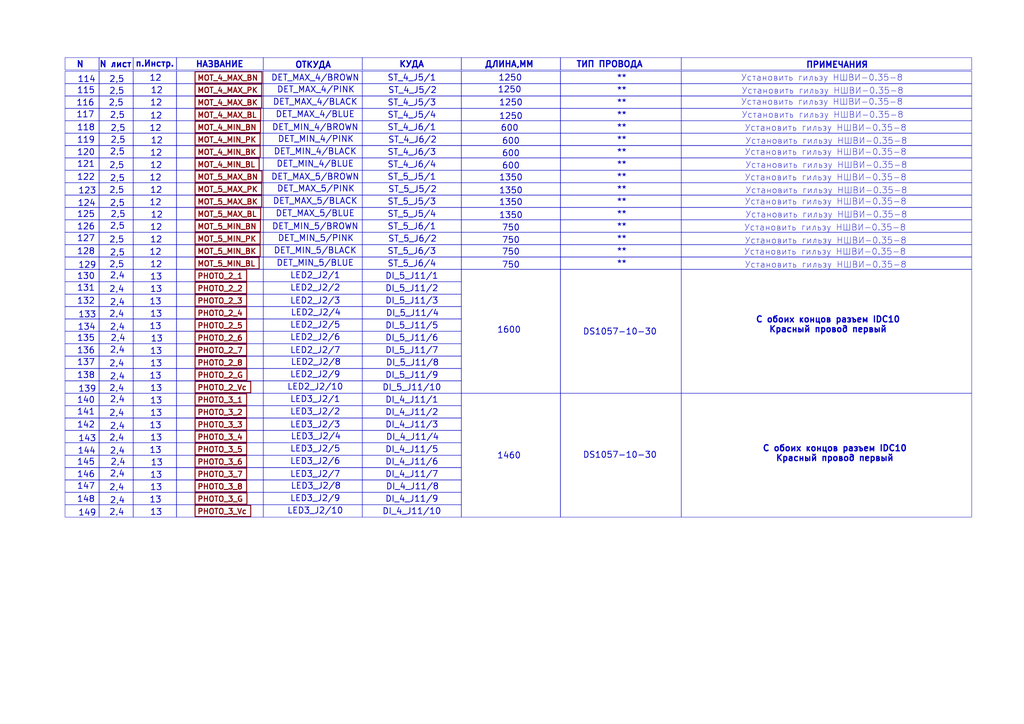
<source format=kicad_sch>
(kicad_sch
	(version 20250114)
	(generator "eeschema")
	(generator_version "9.0")
	(uuid "934e700c-146f-4592-aeb7-88cd02ab4fe4")
	(paper "A3")
	(lib_symbols)
	(rectangle
		(start 148.59 115.57)
		(end 189.23 120.65)
		(stroke
			(width 0)
			(type default)
		)
		(fill
			(type none)
		)
		(uuid 00b818ca-4ce4-4815-b608-db23aa820c35)
	)
	(rectangle
		(start 26.67 59.69)
		(end 40.64 64.77)
		(stroke
			(width 0)
			(type default)
		)
		(fill
			(type none)
		)
		(uuid 00cfd769-6588-4ccd-a659-7f758e82da39)
	)
	(rectangle
		(start 189.23 64.77)
		(end 229.87 69.85)
		(stroke
			(width 0)
			(type default)
		)
		(fill
			(type none)
		)
		(uuid 0141be17-3528-4dad-8c1f-499807e13721)
	)
	(rectangle
		(start 107.95 95.25)
		(end 148.59 100.33)
		(stroke
			(width 0)
			(type default)
		)
		(fill
			(type none)
		)
		(uuid 03c288e1-229c-4346-9c8d-7ce1f1c870d4)
	)
	(rectangle
		(start 54.61 90.17)
		(end 72.39 95.25)
		(stroke
			(width 0)
			(type default)
		)
		(fill
			(type none)
		)
		(uuid 0430b7fa-0c95-43c7-bb97-e58199a2febe)
	)
	(rectangle
		(start 26.67 64.77)
		(end 40.64 69.85)
		(stroke
			(width 0)
			(type default)
		)
		(fill
			(type none)
		)
		(uuid 04ef647c-20b4-42b3-b00a-7e889b914a98)
	)
	(rectangle
		(start 148.59 105.41)
		(end 189.23 110.49)
		(stroke
			(width 0)
			(type default)
		)
		(fill
			(type none)
		)
		(uuid 0584813f-8b10-4fdf-9a4a-a8868adcfefe)
	)
	(rectangle
		(start 107.95 171.45)
		(end 148.59 176.53)
		(stroke
			(width 0)
			(type default)
		)
		(fill
			(type none)
		)
		(uuid 05967f61-b3e8-432b-820d-e8ed30698592)
	)
	(rectangle
		(start 279.4 69.85)
		(end 398.526 74.93)
		(stroke
			(width 0)
			(type default)
		)
		(fill
			(type none)
		)
		(uuid 05e71a88-49e9-4ad8-a6d2-79626263b2a7)
	)
	(rectangle
		(start 148.59 201.93)
		(end 189.23 207.01)
		(stroke
			(width 0)
			(type default)
		)
		(fill
			(type none)
		)
		(uuid 0618f131-8445-46eb-9662-24316dc3ea6f)
	)
	(rectangle
		(start 279.4 23.622)
		(end 398.526 28.702)
		(stroke
			(width 0)
			(type default)
		)
		(fill
			(type none)
		)
		(uuid 06cb552e-0b50-4fdd-8400-a84f99d9a91e)
	)
	(rectangle
		(start 26.67 100.33)
		(end 40.64 105.41)
		(stroke
			(width 0)
			(type default)
		)
		(fill
			(type none)
		)
		(uuid 07118a11-97f2-4090-bf9c-ee13552b19ac)
	)
	(rectangle
		(start 54.61 171.45)
		(end 72.39 176.53)
		(stroke
			(width 0)
			(type default)
		)
		(fill
			(type none)
		)
		(uuid 071beff9-422d-4a42-b25e-930843fdf02c)
	)
	(rectangle
		(start 72.39 105.41)
		(end 107.95 110.49)
		(stroke
			(width 0)
			(type default)
		)
		(fill
			(type none)
		)
		(uuid 0756397b-459a-4118-9003-3dea152e3d66)
	)
	(rectangle
		(start 229.87 90.17)
		(end 279.4 95.25)
		(stroke
			(width 0)
			(type default)
		)
		(fill
			(type none)
		)
		(uuid 0809437a-e473-4d96-b731-965ab8691dbe)
	)
	(rectangle
		(start 148.59 176.53)
		(end 189.23 181.61)
		(stroke
			(width 0)
			(type default)
		)
		(fill
			(type none)
		)
		(uuid 09572586-0666-4bdd-ba1c-c9e2833e5bb5)
	)
	(rectangle
		(start 40.64 39.37)
		(end 54.61 44.45)
		(stroke
			(width 0)
			(type default)
		)
		(fill
			(type none)
		)
		(uuid 0a3d5f19-997f-40ca-9465-7a437ed8afd3)
	)
	(rectangle
		(start 54.61 191.77)
		(end 72.39 196.85)
		(stroke
			(width 0)
			(type default)
		)
		(fill
			(type none)
		)
		(uuid 0a610f0e-0c7b-4e82-921f-6e1d72db06ed)
	)
	(rectangle
		(start 54.61 115.57)
		(end 72.39 120.65)
		(stroke
			(width 0)
			(type default)
		)
		(fill
			(type none)
		)
		(uuid 0ae6399d-4a40-4825-a008-989d7ced87c0)
	)
	(rectangle
		(start 54.61 59.69)
		(end 72.39 64.77)
		(stroke
			(width 0)
			(type default)
		)
		(fill
			(type none)
		)
		(uuid 0b0417b7-049b-4f84-8d1b-643ede75d346)
	)
	(rectangle
		(start 107.95 156.21)
		(end 148.59 161.29)
		(stroke
			(width 0)
			(type default)
		)
		(fill
			(type none)
		)
		(uuid 0b3a39a4-86d4-4b3b-921c-693fed24ba5a)
	)
	(rectangle
		(start 148.59 39.37)
		(end 189.23 44.45)
		(stroke
			(width 0)
			(type default)
		)
		(fill
			(type none)
		)
		(uuid 0bc65bdb-a72e-4d12-869f-e53aa788159f)
	)
	(rectangle
		(start 54.61 166.37)
		(end 72.39 171.45)
		(stroke
			(width 0)
			(type default)
		)
		(fill
			(type none)
		)
		(uuid 0c14b175-66b2-4416-87da-24912f5f3611)
	)
	(rectangle
		(start 148.59 110.49)
		(end 189.23 115.57)
		(stroke
			(width 0)
			(type default)
		)
		(fill
			(type none)
		)
		(uuid 0c66142c-3fe9-4d48-9efa-3ffd7a4643ca)
	)
	(rectangle
		(start 40.64 115.57)
		(end 54.61 120.65)
		(stroke
			(width 0)
			(type default)
		)
		(fill
			(type none)
		)
		(uuid 0d91b085-9e01-46fc-a723-e7098b68d459)
	)
	(rectangle
		(start 279.4 74.93)
		(end 398.526 80.01)
		(stroke
			(width 0)
			(type default)
		)
		(fill
			(type none)
		)
		(uuid 0e2ebda7-24f7-427f-ab14-9706120d53ca)
	)
	(rectangle
		(start 148.59 171.45)
		(end 189.23 176.53)
		(stroke
			(width 0)
			(type default)
		)
		(fill
			(type none)
		)
		(uuid 0f93d322-7a0f-4877-888d-5f4178a5d139)
	)
	(rectangle
		(start 72.39 146.05)
		(end 107.95 151.13)
		(stroke
			(width 0)
			(type default)
		)
		(fill
			(type none)
		)
		(uuid 10571b57-08d3-465f-bc02-eef9e8b7b975)
	)
	(rectangle
		(start 148.59 85.09)
		(end 189.23 90.17)
		(stroke
			(width 0)
			(type default)
		)
		(fill
			(type none)
		)
		(uuid 10a2f914-6cfd-4687-b9ae-968b7b4e918f)
	)
	(rectangle
		(start 279.4 80.01)
		(end 398.526 85.09)
		(stroke
			(width 0)
			(type default)
		)
		(fill
			(type none)
		)
		(uuid 10faa12d-ff3b-42c2-a5ff-014ca6645ba8)
	)
	(rectangle
		(start 40.64 135.89)
		(end 54.61 140.97)
		(stroke
			(width 0)
			(type default)
		)
		(fill
			(type none)
		)
		(uuid 11d5eb91-e1fa-4f62-83c5-02776e57ed76)
	)
	(rectangle
		(start 107.95 181.61)
		(end 148.59 186.69)
		(stroke
			(width 0)
			(type default)
		)
		(fill
			(type none)
		)
		(uuid 130c34f3-8374-4b0f-ad18-5a1382a9702c)
	)
	(rectangle
		(start 54.61 176.53)
		(end 72.39 181.61)
		(stroke
			(width 0)
			(type default)
		)
		(fill
			(type none)
		)
		(uuid 132079bb-b9d5-460b-83b5-8ce2fba87e53)
	)
	(rectangle
		(start 189.23 105.41)
		(end 229.87 110.49)
		(stroke
			(width 0)
			(type default)
		)
		(fill
			(type none)
		)
		(uuid 1531944a-0e3f-4917-b6ba-82af45e6a0d9)
	)
	(rectangle
		(start 40.64 105.41)
		(end 54.61 110.49)
		(stroke
			(width 0)
			(type default)
		)
		(fill
			(type none)
		)
		(uuid 171b56b7-addc-478c-89f4-b41c30883fdb)
	)
	(rectangle
		(start 72.39 186.69)
		(end 107.95 191.77)
		(stroke
			(width 0)
			(type default)
		)
		(fill
			(type none)
		)
		(uuid 18697d43-95f9-4c4d-9146-42f906f7c179)
	)
	(rectangle
		(start 229.87 85.09)
		(end 279.4 90.17)
		(stroke
			(width 0)
			(type default)
		)
		(fill
			(type none)
		)
		(uuid 197bbf90-e75b-4432-bb23-2666a70234a8)
	)
	(rectangle
		(start 229.87 34.29)
		(end 279.4 39.37)
		(stroke
			(width 0)
			(type default)
		)
		(fill
			(type none)
		)
		(uuid 1998894c-f550-4d71-9c3f-04539b6a5b7b)
	)
	(rectangle
		(start 40.64 161.29)
		(end 54.61 166.37)
		(stroke
			(width 0)
			(type default)
		)
		(fill
			(type none)
		)
		(uuid 1addd9f7-4bcb-4904-9990-3ba1652a3aff)
	)
	(rectangle
		(start 148.59 64.77)
		(end 189.23 69.85)
		(stroke
			(width 0)
			(type default)
		)
		(fill
			(type none)
		)
		(uuid 1cf2ba38-4a68-443b-b49c-f30f4f56ff3a)
	)
	(rectangle
		(start 148.59 100.33)
		(end 189.23 105.41)
		(stroke
			(width 0)
			(type default)
		)
		(fill
			(type none)
		)
		(uuid 1f6b16ce-8b05-4020-b0e8-7d4117827d62)
	)
	(rectangle
		(start 229.87 64.77)
		(end 279.4 69.85)
		(stroke
			(width 0)
			(type default)
		)
		(fill
			(type none)
		)
		(uuid 22dbab85-34a6-450c-ac9b-5219543bc32d)
	)
	(rectangle
		(start 189.23 23.622)
		(end 229.87 28.702)
		(stroke
			(width 0)
			(type default)
		)
		(fill
			(type none)
		)
		(uuid 2367dcb0-bde9-4cba-9e67-6c11f85ae7a8)
	)
	(rectangle
		(start 54.61 69.85)
		(end 72.39 74.93)
		(stroke
			(width 0)
			(type default)
		)
		(fill
			(type none)
		)
		(uuid 262ebaa0-aade-4a90-8b38-63790bbf0a2c)
	)
	(rectangle
		(start 279.4 29.21)
		(end 398.526 34.29)
		(stroke
			(width 0)
			(type default)
		)
		(fill
			(type none)
		)
		(uuid 26fca5b1-2142-4533-b5e2-ff7d59e32198)
	)
	(rectangle
		(start 229.87 69.85)
		(end 279.4 74.93)
		(stroke
			(width 0)
			(type default)
		)
		(fill
			(type none)
		)
		(uuid 28ba7214-5ff9-4a1c-a9ee-661132fac9f5)
	)
	(rectangle
		(start 107.95 34.29)
		(end 148.59 39.37)
		(stroke
			(width 0)
			(type default)
		)
		(fill
			(type none)
		)
		(uuid 29802f84-3a39-4ce7-8a08-756692b6b022)
	)
	(rectangle
		(start 54.61 105.41)
		(end 72.39 110.49)
		(stroke
			(width 0)
			(type default)
		)
		(fill
			(type none)
		)
		(uuid 2a518229-1741-447f-a437-c86d601ca612)
	)
	(rectangle
		(start 72.39 135.89)
		(end 107.95 140.97)
		(stroke
			(width 0)
			(type default)
		)
		(fill
			(type none)
		)
		(uuid 2b31a03c-da57-461f-8f55-09be119265e4)
	)
	(rectangle
		(start 229.87 44.45)
		(end 279.4 49.53)
		(stroke
			(width 0)
			(type default)
		)
		(fill
			(type none)
		)
		(uuid 2b641bf1-58de-41d5-8056-5e01925e7216)
	)
	(rectangle
		(start 107.95 125.73)
		(end 148.59 130.81)
		(stroke
			(width 0)
			(type default)
		)
		(fill
			(type none)
		)
		(uuid 2b8bd671-0043-47c8-8f5e-5c42bdcd2395)
	)
	(rectangle
		(start 26.67 44.45)
		(end 40.64 49.53)
		(stroke
			(width 0)
			(type default)
		)
		(fill
			(type none)
		)
		(uuid 2c6f2f1f-b3d7-45ef-9cc8-6eb9b6886f36)
	)
	(rectangle
		(start 40.64 140.97)
		(end 54.61 146.05)
		(stroke
			(width 0)
			(type default)
		)
		(fill
			(type none)
		)
		(uuid 2d0d03a4-8500-4e4c-8706-2e844e8c7a40)
	)
	(rectangle
		(start 72.39 176.53)
		(end 107.95 181.61)
		(stroke
			(width 0)
			(type default)
		)
		(fill
			(type none)
		)
		(uuid 2d2008bf-7c26-473a-ac8a-3a4510effeba)
	)
	(rectangle
		(start 26.67 105.41)
		(end 40.64 110.49)
		(stroke
			(width 0)
			(type default)
		)
		(fill
			(type none)
		)
		(uuid 2d8b0f41-6ab5-4787-8992-45f480f5b44e)
	)
	(rectangle
		(start 107.95 207.01)
		(end 148.59 212.09)
		(stroke
			(width 0)
			(type default)
		)
		(fill
			(type none)
		)
		(uuid 314784b2-e3c8-474f-9f26-5cdfb5ce0c6d)
	)
	(rectangle
		(start 229.87 100.33)
		(end 279.4 105.41)
		(stroke
			(width 0)
			(type default)
		)
		(fill
			(type none)
		)
		(uuid 3155704d-72cd-43f9-ab0e-4a20ed0e00ba)
	)
	(rectangle
		(start 189.23 59.69)
		(end 229.87 64.77)
		(stroke
			(width 0)
			(type default)
		)
		(fill
			(type none)
		)
		(uuid 32615d09-a196-4a72-a1c7-b6e6c7fda166)
	)
	(rectangle
		(start 148.59 69.85)
		(end 189.23 74.93)
		(stroke
			(width 0)
			(type default)
		)
		(fill
			(type none)
		)
		(uuid 3281585a-36ca-4db7-8d49-eae4049c431c)
	)
	(rectangle
		(start 148.59 23.622)
		(end 189.23 28.702)
		(stroke
			(width 0)
			(type default)
		)
		(fill
			(type none)
		)
		(uuid 32d78228-59fb-4a5b-8d73-13a4a08f57e2)
	)
	(rectangle
		(start 54.61 207.01)
		(end 72.39 212.09)
		(stroke
			(width 0)
			(type default)
		)
		(fill
			(type none)
		)
		(uuid 3370ed4a-aca9-41fb-a006-2ef77e88fa06)
	)
	(rectangle
		(start 72.39 125.73)
		(end 107.95 130.81)
		(stroke
			(width 0)
			(type default)
		)
		(fill
			(type none)
		)
		(uuid 3425cc78-3f3e-4638-9bd4-42b8181aef0b)
	)
	(rectangle
		(start 26.67 156.21)
		(end 40.64 161.29)
		(stroke
			(width 0)
			(type default)
		)
		(fill
			(type none)
		)
		(uuid 34a2b42e-02ee-44df-a2a7-c90938ef527e)
	)
	(rectangle
		(start 148.59 181.61)
		(end 189.23 186.69)
		(stroke
			(width 0)
			(type default)
		)
		(fill
			(type none)
		)
		(uuid 362c0068-4a29-4208-a8bb-01bff4a4eefe)
	)
	(rectangle
		(start 54.61 29.21)
		(end 72.39 34.29)
		(stroke
			(width 0)
			(type default)
		)
		(fill
			(type none)
		)
		(uuid 378942b6-f29f-4cae-aef7-ecc72cff348d)
	)
	(rectangle
		(start 54.61 80.01)
		(end 72.39 85.09)
		(stroke
			(width 0)
			(type default)
		)
		(fill
			(type none)
		)
		(uuid 39a62262-77c8-4829-ad19-a9574af2bbc5)
	)
	(rectangle
		(start 26.67 29.21)
		(end 40.64 34.29)
		(stroke
			(width 0)
			(type default)
		)
		(fill
			(type none)
		)
		(uuid 3b126435-8c75-4240-bc13-670fa1fcfac2)
	)
	(rectangle
		(start 72.39 54.61)
		(end 107.95 59.69)
		(stroke
			(width 0)
			(type default)
		)
		(fill
			(type none)
		)
		(uuid 3b53a7a7-9497-403b-af0f-86619554957b)
	)
	(rectangle
		(start 72.39 201.93)
		(end 107.95 207.01)
		(stroke
			(width 0)
			(type default)
		)
		(fill
			(type none)
		)
		(uuid 3b6b0946-843b-4f1e-841d-e0af8647b0f5)
	)
	(rectangle
		(start 72.39 44.45)
		(end 107.95 49.53)
		(stroke
			(width 0)
			(type default)
		)
		(fill
			(type none)
		)
		(uuid 3ba0a415-8ba3-4164-b728-e5d407292618)
	)
	(rectangle
		(start 148.59 156.21)
		(end 189.23 161.29)
		(stroke
			(width 0)
			(type default)
		)
		(fill
			(type none)
		)
		(uuid 3d5b61b8-1a64-4e3d-8644-a7bb100d1ba2)
	)
	(rectangle
		(start 107.95 120.65)
		(end 148.59 125.73)
		(stroke
			(width 0)
			(type default)
		)
		(fill
			(type none)
		)
		(uuid 3f0b89ee-c92d-46f1-af25-89d01f115e3b)
	)
	(rectangle
		(start 54.61 95.25)
		(end 72.39 100.33)
		(stroke
			(width 0)
			(type default)
		)
		(fill
			(type none)
		)
		(uuid 3fe5bc57-5905-42ec-866a-975bae60ae55)
	)
	(rectangle
		(start 279.4 54.61)
		(end 398.526 59.69)
		(stroke
			(width 0)
			(type default)
		)
		(fill
			(type none)
		)
		(uuid 40039f96-b96e-4c0e-bde6-7e96385fa4bd)
	)
	(rectangle
		(start 189.23 95.25)
		(end 229.87 100.33)
		(stroke
			(width 0)
			(type default)
		)
		(fill
			(type none)
		)
		(uuid 41f3be61-7d41-40b3-a33a-65e508a81a89)
	)
	(rectangle
		(start 40.64 85.09)
		(end 54.61 90.17)
		(stroke
			(width 0)
			(type default)
		)
		(fill
			(type none)
		)
		(uuid 4391a4f4-c460-4dd1-8b92-d1b769801416)
	)
	(rectangle
		(start 72.39 166.37)
		(end 107.95 171.45)
		(stroke
			(width 0)
			(type default)
		)
		(fill
			(type none)
		)
		(uuid 4484b61a-abca-43f1-b822-c98fad30e18a)
	)
	(rectangle
		(start 148.59 59.69)
		(end 189.23 64.77)
		(stroke
			(width 0)
			(type default)
		)
		(fill
			(type none)
		)
		(uuid 4548e098-7a31-46d7-bb33-effe1a1f8dcb)
	)
	(rectangle
		(start 26.67 34.29)
		(end 40.64 39.37)
		(stroke
			(width 0)
			(type default)
		)
		(fill
			(type none)
		)
		(uuid 45b917e0-3849-4a44-8339-5f2e43c27717)
	)
	(rectangle
		(start 26.67 186.69)
		(end 40.64 191.77)
		(stroke
			(width 0)
			(type default)
		)
		(fill
			(type none)
		)
		(uuid 46dc26ba-864e-4249-87b3-d5d7b787fcca)
	)
	(rectangle
		(start 72.39 110.49)
		(end 107.95 115.57)
		(stroke
			(width 0)
			(type default)
		)
		(fill
			(type none)
		)
		(uuid 46fdfbb4-d055-41de-b172-d003befc7b16)
	)
	(rectangle
		(start 148.59 140.97)
		(end 189.23 146.05)
		(stroke
			(width 0)
			(type default)
		)
		(fill
			(type none)
		)
		(uuid 47d0d9e0-a455-4a18-afec-552623767ebc)
	)
	(rectangle
		(start 40.64 110.49)
		(end 54.61 115.57)
		(stroke
			(width 0)
			(type default)
		)
		(fill
			(type none)
		)
		(uuid 4836569c-746d-4604-9557-e0b0c5553751)
	)
	(rectangle
		(start 279.4 85.09)
		(end 398.526 90.17)
		(stroke
			(width 0)
			(type default)
		)
		(fill
			(type none)
		)
		(uuid 4a34917f-8952-4a23-8bdb-7117ce6e2a25)
	)
	(rectangle
		(start 26.67 39.37)
		(end 40.64 44.45)
		(stroke
			(width 0)
			(type default)
		)
		(fill
			(type none)
		)
		(uuid 4a92e179-2536-4b2e-9b24-86e096f52d79)
	)
	(rectangle
		(start 40.64 90.17)
		(end 54.61 95.25)
		(stroke
			(width 0)
			(type default)
		)
		(fill
			(type none)
		)
		(uuid 4b017c7b-5b56-45e9-9092-37e3872ea74b)
	)
	(rectangle
		(start 26.67 23.622)
		(end 40.64 28.702)
		(stroke
			(width 0)
			(type default)
		)
		(fill
			(type none)
		)
		(uuid 4b361044-3065-4579-b457-bcaf0af424fa)
	)
	(rectangle
		(start 54.61 44.45)
		(end 72.39 49.53)
		(stroke
			(width 0)
			(type default)
		)
		(fill
			(type none)
		)
		(uuid 4c19e1b8-4103-4003-be74-c692f412024a)
	)
	(rectangle
		(start 107.95 130.81)
		(end 148.59 135.89)
		(stroke
			(width 0)
			(type default)
		)
		(fill
			(type none)
		)
		(uuid 4c4d8386-ac14-4d38-9458-b1793c2342a8)
	)
	(rectangle
		(start 40.64 171.45)
		(end 54.61 176.53)
		(stroke
			(width 0)
			(type default)
		)
		(fill
			(type none)
		)
		(uuid 4d2fc248-1ac4-4375-9d0b-a44740595826)
	)
	(rectangle
		(start 229.87 39.37)
		(end 279.4 44.45)
		(stroke
			(width 0)
			(type default)
		)
		(fill
			(type none)
		)
		(uuid 4e2211f3-6d47-49f4-b03c-ea63473d01fd)
	)
	(rectangle
		(start 54.61 146.05)
		(end 72.39 151.13)
		(stroke
			(width 0)
			(type default)
		)
		(fill
			(type none)
		)
		(uuid 50b43441-e348-4123-a4ba-b9142a8f4cf2)
	)
	(rectangle
		(start 54.61 85.09)
		(end 72.39 90.17)
		(stroke
			(width 0)
			(type default)
		)
		(fill
			(type none)
		)
		(uuid 51265812-1ae9-4b01-8923-49e99457d469)
	)
	(rectangle
		(start 72.39 130.81)
		(end 107.95 135.89)
		(stroke
			(width 0)
			(type default)
		)
		(fill
			(type none)
		)
		(uuid 52420cf7-ba3d-44e4-a4e4-4240f1ad9dfe)
	)
	(rectangle
		(start 26.67 207.01)
		(end 40.64 212.09)
		(stroke
			(width 0)
			(type default)
		)
		(fill
			(type none)
		)
		(uuid 531bf4cc-2c74-4dc6-a3bf-09ad5f64e653)
	)
	(rectangle
		(start 40.64 120.65)
		(end 54.61 125.73)
		(stroke
			(width 0)
			(type default)
		)
		(fill
			(type none)
		)
		(uuid 5411798f-c434-4643-b14d-1f6dda40abff)
	)
	(rectangle
		(start 189.23 161.29)
		(end 229.87 212.09)
		(stroke
			(width 0)
			(type default)
		)
		(fill
			(type none)
		)
		(uuid 549b1dbb-2ab3-4fc1-b328-81f17a2521e8)
	)
	(rectangle
		(start 148.59 95.25)
		(end 189.23 100.33)
		(stroke
			(width 0)
			(type default)
		)
		(fill
			(type none)
		)
		(uuid 54d75bea-42fa-42f0-895d-b973f88bfaff)
	)
	(rectangle
		(start 148.59 120.65)
		(end 189.23 125.73)
		(stroke
			(width 0)
			(type default)
		)
		(fill
			(type none)
		)
		(uuid 55e63c8c-d9e6-44c8-9fbd-24537d7b30ba)
	)
	(rectangle
		(start 148.59 130.81)
		(end 189.23 135.89)
		(stroke
			(width 0)
			(type default)
		)
		(fill
			(type none)
		)
		(uuid 5667204b-2736-46eb-bd92-8c2b28e006bc)
	)
	(rectangle
		(start 72.39 80.01)
		(end 107.95 85.09)
		(stroke
			(width 0)
			(type default)
		)
		(fill
			(type none)
		)
		(uuid 571d13fd-2b98-4a9c-a5ee-92dba55ff8f8)
	)
	(rectangle
		(start 54.61 23.622)
		(end 72.39 28.702)
		(stroke
			(width 0)
			(type default)
		)
		(fill
			(type none)
		)
		(uuid 57f0ea5d-2044-432c-9b71-bd3403066a82)
	)
	(rectangle
		(start 229.87 59.69)
		(end 279.4 64.77)
		(stroke
			(width 0)
			(type default)
		)
		(fill
			(type none)
		)
		(uuid 5883e2a2-ff10-4f28-85dd-69ab98f6004b)
	)
	(rectangle
		(start 54.61 34.29)
		(end 72.39 39.37)
		(stroke
			(width 0)
			(type default)
		)
		(fill
			(type none)
		)
		(uuid 588b9c72-c7ae-4095-afa0-90f04505b129)
	)
	(rectangle
		(start 148.59 196.85)
		(end 189.23 201.93)
		(stroke
			(width 0)
			(type default)
		)
		(fill
			(type none)
		)
		(uuid 58b4a97e-901a-492f-88ea-b733d5347caf)
	)
	(rectangle
		(start 279.4 44.45)
		(end 398.526 49.53)
		(stroke
			(width 0)
			(type default)
		)
		(fill
			(type none)
		)
		(uuid 5941885a-0c33-4b53-9d97-ebc7d63a3ae4)
	)
	(rectangle
		(start 40.64 34.29)
		(end 54.61 39.37)
		(stroke
			(width 0)
			(type default)
		)
		(fill
			(type none)
		)
		(uuid 5c61bc4e-25fa-4ead-a07c-2436a647bedc)
	)
	(rectangle
		(start 40.64 125.73)
		(end 54.61 130.81)
		(stroke
			(width 0)
			(type default)
		)
		(fill
			(type none)
		)
		(uuid 5ce2538f-d050-41ca-98d4-7f79ae37296f)
	)
	(rectangle
		(start 229.87 95.25)
		(end 279.4 100.33)
		(stroke
			(width 0)
			(type default)
		)
		(fill
			(type none)
		)
		(uuid 5e17f828-4e3c-4392-9035-08036bf97afa)
	)
	(rectangle
		(start 229.87 49.53)
		(end 279.4 54.61)
		(stroke
			(width 0)
			(type default)
		)
		(fill
			(type none)
		)
		(uuid 5e332bd5-862d-4d52-bd14-a70423533e4b)
	)
	(rectangle
		(start 72.39 29.21)
		(end 107.95 34.29)
		(stroke
			(width 0)
			(type default)
		)
		(fill
			(type none)
		)
		(uuid 5e5beeef-c2dc-462b-b054-255f28b0ac0d)
	)
	(rectangle
		(start 54.61 156.21)
		(end 72.39 161.29)
		(stroke
			(width 0)
			(type default)
		)
		(fill
			(type none)
		)
		(uuid 5f41daa5-dba6-4923-91bc-1afec06b30aa)
	)
	(rectangle
		(start 40.64 64.77)
		(end 54.61 69.85)
		(stroke
			(width 0)
			(type default)
		)
		(fill
			(type none)
		)
		(uuid 6058f5aa-4918-4841-81c3-175cebb4040d)
	)
	(rectangle
		(start 148.59 146.05)
		(end 189.23 151.13)
		(stroke
			(width 0)
			(type default)
		)
		(fill
			(type none)
		)
		(uuid 60d3f170-f2de-419b-85e7-cc9af08a4e1f)
	)
	(rectangle
		(start 40.64 95.25)
		(end 54.61 100.33)
		(stroke
			(width 0)
			(type default)
		)
		(fill
			(type none)
		)
		(uuid 6216c2c2-f679-4fe9-a10a-c3be8685f060)
	)
	(rectangle
		(start 189.23 85.09)
		(end 229.87 90.17)
		(stroke
			(width 0)
			(type default)
		)
		(fill
			(type none)
		)
		(uuid 62f71caa-8b02-45a3-a6c1-215c5842e3df)
	)
	(rectangle
		(start 26.67 90.17)
		(end 40.64 95.25)
		(stroke
			(width 0)
			(type default)
		)
		(fill
			(type none)
		)
		(uuid 633c8fb5-d0c7-454c-a8fb-3465afaee11c)
	)
	(rectangle
		(start 40.64 100.33)
		(end 54.61 105.41)
		(stroke
			(width 0)
			(type default)
		)
		(fill
			(type none)
		)
		(uuid 63cf9152-e068-4595-9f39-c344a84fc796)
	)
	(rectangle
		(start 107.95 100.33)
		(end 148.59 105.41)
		(stroke
			(width 0)
			(type default)
		)
		(fill
			(type none)
		)
		(uuid 63dc582a-6446-4cf6-891c-9c5c4a015417)
	)
	(rectangle
		(start 107.95 115.57)
		(end 148.59 120.65)
		(stroke
			(width 0)
			(type default)
		)
		(fill
			(type none)
		)
		(uuid 63f88f76-6ba8-4556-b6e4-9f4d54c31ab2)
	)
	(rectangle
		(start 54.61 39.37)
		(end 72.39 44.45)
		(stroke
			(width 0)
			(type default)
		)
		(fill
			(type none)
		)
		(uuid 6513d6aa-9f40-4d65-a425-0aa8b41c5d95)
	)
	(rectangle
		(start 148.59 151.13)
		(end 189.23 156.21)
		(stroke
			(width 0)
			(type default)
		)
		(fill
			(type none)
		)
		(uuid 66589d0d-fb17-4977-b1fe-12c9d770dc35)
	)
	(rectangle
		(start 107.95 49.53)
		(end 148.59 54.61)
		(stroke
			(width 0)
			(type default)
		)
		(fill
			(type none)
		)
		(uuid 66a6070e-7047-4f86-ab62-3f9a04f24b07)
	)
	(rectangle
		(start 40.64 80.01)
		(end 54.61 85.09)
		(stroke
			(width 0)
			(type default)
		)
		(fill
			(type none)
		)
		(uuid 6a61489e-01af-4627-ba32-c2e375aacfb5)
	)
	(rectangle
		(start 72.39 59.69)
		(end 107.95 64.77)
		(stroke
			(width 0)
			(type default)
		)
		(fill
			(type none)
		)
		(uuid 6c19ddc2-8055-4772-ba2f-7330f1554c0a)
	)
	(rectangle
		(start 107.95 176.53)
		(end 148.59 181.61)
		(stroke
			(width 0)
			(type default)
		)
		(fill
			(type none)
		)
		(uuid 6c59a4cd-48dc-4aab-ac31-788260c68801)
	)
	(rectangle
		(start 40.64 44.45)
		(end 54.61 49.53)
		(stroke
			(width 0)
			(type default)
		)
		(fill
			(type none)
		)
		(uuid 6c8d25af-9fc0-4737-9dc2-0f8a0224d678)
	)
	(rectangle
		(start 72.39 171.45)
		(end 107.95 176.53)
		(stroke
			(width 0)
			(type default)
		)
		(fill
			(type none)
		)
		(uuid 6d4b84c5-37fc-428e-8589-ed4f28d0eeb8)
	)
	(rectangle
		(start 148.59 135.89)
		(end 189.23 140.97)
		(stroke
			(width 0)
			(type default)
		)
		(fill
			(type none)
		)
		(uuid 6d5b9c88-626b-4fa0-b2a4-b50f2ba9f454)
	)
	(rectangle
		(start 189.23 100.33)
		(end 229.87 105.41)
		(stroke
			(width 0)
			(type default)
		)
		(fill
			(type none)
		)
		(uuid 6e29f2cd-b45c-4c46-83d4-7b7991b02795)
	)
	(rectangle
		(start 54.61 100.33)
		(end 72.39 105.41)
		(stroke
			(width 0)
			(type default)
		)
		(fill
			(type none)
		)
		(uuid 6eb5584b-ef65-42c0-a4b8-d37f899f0a7d)
	)
	(rectangle
		(start 40.64 23.622)
		(end 54.61 28.702)
		(stroke
			(width 0)
			(type default)
		)
		(fill
			(type none)
		)
		(uuid 6ee12333-6022-49f4-ab0a-83da3975097a)
	)
	(rectangle
		(start 229.87 110.49)
		(end 279.4 161.29)
		(stroke
			(width 0)
			(type default)
		)
		(fill
			(type none)
		)
		(uuid 6f311743-440c-4889-b9f3-58fe3754a728)
	)
	(rectangle
		(start 107.95 191.77)
		(end 148.59 196.85)
		(stroke
			(width 0)
			(type default)
		)
		(fill
			(type none)
		)
		(uuid 6f36044b-2142-46e8-b2ea-5db93c8fb0f8)
	)
	(rectangle
		(start 72.39 196.85)
		(end 107.95 201.93)
		(stroke
			(width 0)
			(type default)
		)
		(fill
			(type none)
		)
		(uuid 6f774223-6092-4e3e-adb3-4897ee030deb)
	)
	(rectangle
		(start 107.95 105.41)
		(end 148.59 110.49)
		(stroke
			(width 0)
			(type default)
		)
		(fill
			(type none)
		)
		(uuid 6f80be92-f341-4b15-9e8b-38d32e0cb5fd)
	)
	(rectangle
		(start 72.39 34.29)
		(end 107.95 39.37)
		(stroke
			(width 0)
			(type default)
		)
		(fill
			(type none)
		)
		(uuid 6fe49469-52cc-4ee9-9000-ddb6b72abaf1)
	)
	(rectangle
		(start 26.67 201.93)
		(end 40.64 207.01)
		(stroke
			(width 0)
			(type default)
		)
		(fill
			(type none)
		)
		(uuid 7136977b-f98d-4b73-8193-c4b519d0d65d)
	)
	(rectangle
		(start 279.4 90.17)
		(end 398.526 95.25)
		(stroke
			(width 0)
			(type default)
		)
		(fill
			(type none)
		)
		(uuid 71a79fd8-2c03-4637-ba41-85d817680b06)
	)
	(rectangle
		(start 26.67 176.53)
		(end 40.64 181.61)
		(stroke
			(width 0)
			(type default)
		)
		(fill
			(type none)
		)
		(uuid 71aca223-0988-415c-91cf-62f44548d730)
	)
	(rectangle
		(start 189.23 44.45)
		(end 229.87 49.53)
		(stroke
			(width 0)
			(type default)
		)
		(fill
			(type none)
		)
		(uuid 732e8f94-f6cb-457e-981b-a4f0f193d37f)
	)
	(rectangle
		(start 72.39 64.77)
		(end 107.95 69.85)
		(stroke
			(width 0)
			(type default)
		)
		(fill
			(type none)
		)
		(uuid 745bca4e-1490-4028-b16a-7124d2ae5fa7)
	)
	(rectangle
		(start 26.67 74.93)
		(end 40.64 80.01)
		(stroke
			(width 0)
			(type default)
		)
		(fill
			(type none)
		)
		(uuid 7665f9ad-4a36-447b-b0b0-72d5922d5ee5)
	)
	(rectangle
		(start 26.67 146.05)
		(end 40.64 151.13)
		(stroke
			(width 0)
			(type default)
		)
		(fill
			(type none)
		)
		(uuid 77d24dad-473e-450e-9e8f-5b9be3fc1f77)
	)
	(rectangle
		(start 279.4 34.29)
		(end 398.526 39.37)
		(stroke
			(width 0)
			(type default)
		)
		(fill
			(type none)
		)
		(uuid 791d32b9-dc6a-48ac-b4f6-9b910e029116)
	)
	(rectangle
		(start 54.61 54.61)
		(end 72.39 59.69)
		(stroke
			(width 0)
			(type default)
		)
		(fill
			(type none)
		)
		(uuid 7d51b809-1604-4a40-bfa9-c134c9a18991)
	)
	(rectangle
		(start 107.95 85.09)
		(end 148.59 90.17)
		(stroke
			(width 0)
			(type default)
		)
		(fill
			(type none)
		)
		(uuid 7d6ef274-f10f-4524-ba72-9d4ecb95a2b1)
	)
	(rectangle
		(start 229.87 29.21)
		(end 279.4 34.29)
		(stroke
			(width 0)
			(type default)
		)
		(fill
			(type none)
		)
		(uuid 7e21a24e-849d-4ee7-8880-365b0e612992)
	)
	(rectangle
		(start 54.61 130.81)
		(end 72.39 135.89)
		(stroke
			(width 0)
			(type default)
		)
		(fill
			(type none)
		)
		(uuid 8010f0e4-6bd3-45f1-aec8-26155b310e08)
	)
	(rectangle
		(start 72.39 74.93)
		(end 107.95 80.01)
		(stroke
			(width 0)
			(type default)
		)
		(fill
			(type none)
		)
		(uuid 801d0ca5-4eea-4dfc-ac87-1550bb574ac0)
	)
	(rectangle
		(start 107.95 23.622)
		(end 148.59 28.702)
		(stroke
			(width 0)
			(type default)
		)
		(fill
			(type none)
		)
		(uuid 80a6cef4-318a-45d4-8d42-920a0c87a88a)
	)
	(rectangle
		(start 40.64 201.93)
		(end 54.61 207.01)
		(stroke
			(width 0)
			(type default)
		)
		(fill
			(type none)
		)
		(uuid 82ea1f3b-4d46-4ae5-93c7-32143562acdc)
	)
	(rectangle
		(start 40.64 59.69)
		(end 54.61 64.77)
		(stroke
			(width 0)
			(type default)
		)
		(fill
			(type none)
		)
		(uuid 83f579a6-e61d-459f-bc8f-4ee6a9c6b400)
	)
	(rectangle
		(start 54.61 201.93)
		(end 72.39 207.01)
		(stroke
			(width 0)
			(type default)
		)
		(fill
			(type none)
		)
		(uuid 8525e7f5-2dea-42d1-ab11-dab2dbe259c2)
	)
	(rectangle
		(start 54.61 125.73)
		(end 72.39 130.81)
		(stroke
			(width 0)
			(type default)
		)
		(fill
			(type none)
		)
		(uuid 87033c1b-d5c0-4c28-a164-2481aa56acb0)
	)
	(rectangle
		(start 148.59 34.29)
		(end 189.23 39.37)
		(stroke
			(width 0)
			(type default)
		)
		(fill
			(type none)
		)
		(uuid 87865ab1-6a06-41f2-be4a-7ebd06e8eed4)
	)
	(rectangle
		(start 107.95 69.85)
		(end 148.59 74.93)
		(stroke
			(width 0)
			(type default)
		)
		(fill
			(type none)
		)
		(uuid 8800b0bb-4321-4008-b76c-7d9135f8803c)
	)
	(rectangle
		(start 26.67 120.65)
		(end 40.64 125.73)
		(stroke
			(width 0)
			(type default)
		)
		(fill
			(type none)
		)
		(uuid 8871d81d-e709-465e-bf6d-b4d9959b29be)
	)
	(rectangle
		(start 54.61 151.13)
		(end 72.39 156.21)
		(stroke
			(width 0)
			(type default)
		)
		(fill
			(type none)
		)
		(uuid 889fa196-295d-4b99-aea3-f5f29a22b328)
	)
	(rectangle
		(start 26.67 181.61)
		(end 40.64 186.69)
		(stroke
			(width 0)
			(type default)
		)
		(fill
			(type none)
		)
		(uuid 897ba454-fe34-4454-b8a0-c8b7ea6bba68)
	)
	(rectangle
		(start 107.95 39.37)
		(end 148.59 44.45)
		(stroke
			(width 0)
			(type default)
		)
		(fill
			(type none)
		)
		(uuid 8acf4da6-44f3-42de-aa18-feb630610c91)
	)
	(rectangle
		(start 148.59 166.37)
		(end 189.23 171.45)
		(stroke
			(width 0)
			(type default)
		)
		(fill
			(type none)
		)
		(uuid 8afeec36-4561-4a9f-8ec9-0132e1d8e8de)
	)
	(rectangle
		(start 40.64 181.61)
		(end 54.61 186.69)
		(stroke
			(width 0)
			(type default)
		)
		(fill
			(type none)
		)
		(uuid 8bb9f392-2876-49f4-9348-6791865c48da)
	)
	(rectangle
		(start 229.87 80.01)
		(end 279.4 85.09)
		(stroke
			(width 0)
			(type default)
		)
		(fill
			(type none)
		)
		(uuid 8bc1cad4-891c-4241-9872-2a998a584872)
	)
	(rectangle
		(start 26.67 125.73)
		(end 40.64 130.81)
		(stroke
			(width 0)
			(type default)
		)
		(fill
			(type none)
		)
		(uuid 8d87eb9e-eae6-478a-980a-e82b3fb82cc1)
	)
	(rectangle
		(start 72.39 49.53)
		(end 107.95 54.61)
		(stroke
			(width 0)
			(type default)
		)
		(fill
			(type none)
		)
		(uuid 8dc0b60a-f63c-4cd2-b576-79a9c6015437)
	)
	(rectangle
		(start 26.67 171.45)
		(end 40.64 176.53)
		(stroke
			(width 0)
			(type default)
		)
		(fill
			(type none)
		)
		(uuid 9053075a-805a-42b2-b9b3-8daef98dfecd)
	)
	(rectangle
		(start 148.59 125.73)
		(end 189.23 130.81)
		(stroke
			(width 0)
			(type default)
		)
		(fill
			(type none)
		)
		(uuid 92e5363a-48b8-4f81-a312-2485a169f6d2)
	)
	(rectangle
		(start 279.4 59.69)
		(end 398.526 64.77)
		(stroke
			(width 0)
			(type default)
		)
		(fill
			(type none)
		)
		(uuid 931c3e58-b9e8-4dcf-93bd-7ffc8b486b13)
	)
	(rectangle
		(start 26.67 161.29)
		(end 40.64 166.37)
		(stroke
			(width 0)
			(type default)
		)
		(fill
			(type none)
		)
		(uuid 9321d565-99da-4689-a724-7a053756a05a)
	)
	(rectangle
		(start 189.23 49.53)
		(end 229.87 54.61)
		(stroke
			(width 0)
			(type default)
		)
		(fill
			(type none)
		)
		(uuid 93d43fa9-9e62-4c90-9264-332fa1c28b43)
	)
	(rectangle
		(start 40.64 151.13)
		(end 54.61 156.21)
		(stroke
			(width 0)
			(type default)
		)
		(fill
			(type none)
		)
		(uuid 94e9fc9f-e81b-49ab-89b2-93e64c0a56a0)
	)
	(rectangle
		(start 26.67 166.37)
		(end 40.64 171.45)
		(stroke
			(width 0)
			(type default)
		)
		(fill
			(type none)
		)
		(uuid 94fc1f3a-a9f1-4341-a5c4-8d277c4e831c)
	)
	(rectangle
		(start 26.67 80.01)
		(end 40.64 85.09)
		(stroke
			(width 0)
			(type default)
		)
		(fill
			(type none)
		)
		(uuid 95dce389-55b6-4c09-94f3-3e0138e404d0)
	)
	(rectangle
		(start 72.39 140.97)
		(end 107.95 146.05)
		(stroke
			(width 0)
			(type default)
		)
		(fill
			(type none)
		)
		(uuid 97380697-690f-4e66-adbe-6c9a49bfe21c)
	)
	(rectangle
		(start 148.59 49.53)
		(end 189.23 54.61)
		(stroke
			(width 0)
			(type default)
		)
		(fill
			(type none)
		)
		(uuid 987d98e1-aedf-494e-9393-856d63cfb49f)
	)
	(rectangle
		(start 148.59 207.01)
		(end 189.23 212.09)
		(stroke
			(width 0)
			(type default)
		)
		(fill
			(type none)
		)
		(uuid 9990c66e-315a-418b-8ab6-39d752c6683a)
	)
	(rectangle
		(start 40.64 166.37)
		(end 54.61 171.45)
		(stroke
			(width 0)
			(type default)
		)
		(fill
			(type none)
		)
		(uuid 9b4b4e52-a3d1-4e8c-bd96-6038a5c0f335)
	)
	(rectangle
		(start 107.95 64.77)
		(end 148.59 69.85)
		(stroke
			(width 0)
			(type default)
		)
		(fill
			(type none)
		)
		(uuid 9b576b6d-47a5-47d8-bd77-59ff150de14d)
	)
	(rectangle
		(start 72.39 151.13)
		(end 107.95 156.21)
		(stroke
			(width 0)
			(type default)
		)
		(fill
			(type none)
		)
		(uuid 9be06616-435d-446b-ae88-a0a4e271a759)
	)
	(rectangle
		(start 72.39 39.37)
		(end 107.95 44.45)
		(stroke
			(width 0)
			(type default)
		)
		(fill
			(type none)
		)
		(uuid 9cdebf2f-25cd-4f51-ba80-d7ea852c3456)
	)
	(rectangle
		(start 107.95 161.29)
		(end 148.59 166.37)
		(stroke
			(width 0)
			(type default)
		)
		(fill
			(type none)
		)
		(uuid a0fd5c44-4163-477d-9029-9b016c8149e7)
	)
	(rectangle
		(start 189.23 74.93)
		(end 229.87 80.01)
		(stroke
			(width 0)
			(type default)
		)
		(fill
			(type none)
		)
		(uuid a1e21ea1-f438-441b-b44c-339862e6ff0a)
	)
	(rectangle
		(start 107.95 135.89)
		(end 148.59 140.97)
		(stroke
			(width 0)
			(type default)
		)
		(fill
			(type none)
		)
		(uuid a1e3eee5-3fbd-4079-b6fe-96cb3ff56c11)
	)
	(rectangle
		(start 72.39 90.17)
		(end 107.95 95.25)
		(stroke
			(width 0)
			(type default)
		)
		(fill
			(type none)
		)
		(uuid a2f98e3a-4c39-4597-9b56-18bdb33f10e2)
	)
	(rectangle
		(start 189.23 39.37)
		(end 229.87 44.45)
		(stroke
			(width 0)
			(type default)
		)
		(fill
			(type none)
		)
		(uuid a3b5e193-0dce-49e1-99b2-940bb566f548)
	)
	(rectangle
		(start 54.61 140.97)
		(end 72.39 146.05)
		(stroke
			(width 0)
			(type default)
		)
		(fill
			(type none)
		)
		(uuid a3fc0c85-5f01-4641-ae94-65d9061bc47d)
	)
	(rectangle
		(start 189.23 90.17)
		(end 229.87 95.25)
		(stroke
			(width 0)
			(type default)
		)
		(fill
			(type none)
		)
		(uuid a7390161-4ede-4f7f-9f57-7b62dd880343)
	)
	(rectangle
		(start 107.95 186.69)
		(end 148.59 191.77)
		(stroke
			(width 0)
			(type default)
		)
		(fill
			(type none)
		)
		(uuid aa6bb5eb-e4e7-4719-a601-9d1408bf7ab3)
	)
	(rectangle
		(start 229.87 161.29)
		(end 279.4 212.09)
		(stroke
			(width 0)
			(type default)
		)
		(fill
			(type none)
		)
		(uuid aaed7944-0e3a-44c3-8c3d-eafe16d1240d)
	)
	(rectangle
		(start 189.23 54.61)
		(end 229.87 59.69)
		(stroke
			(width 0)
			(type default)
		)
		(fill
			(type none)
		)
		(uuid ab55f96c-96bd-4968-947e-f35c6071a329)
	)
	(rectangle
		(start 279.4 161.29)
		(end 398.526 212.09)
		(stroke
			(width 0)
			(type default)
		)
		(fill
			(type none)
		)
		(uuid abb05923-f1c9-4105-b410-eb50ab23ae63)
	)
	(rectangle
		(start 72.39 69.85)
		(end 107.95 74.93)
		(stroke
			(width 0)
			(type default)
		)
		(fill
			(type none)
		)
		(uuid ac6876e6-3273-4351-9919-f9cfc8696322)
	)
	(rectangle
		(start 72.39 207.01)
		(end 107.95 212.09)
		(stroke
			(width 0)
			(type default)
		)
		(fill
			(type none)
		)
		(uuid ad4f1b46-fdda-45e9-82a0-d5f776d0e733)
	)
	(rectangle
		(start 229.87 54.61)
		(end 279.4 59.69)
		(stroke
			(width 0)
			(type default)
		)
		(fill
			(type none)
		)
		(uuid aefc9132-f043-49b2-83c8-d48ca32e2577)
	)
	(rectangle
		(start 107.95 110.49)
		(end 148.59 115.57)
		(stroke
			(width 0)
			(type default)
		)
		(fill
			(type none)
		)
		(uuid af65fdcc-982c-4142-bd74-e43af56b88c7)
	)
	(rectangle
		(start 189.23 69.85)
		(end 229.87 74.93)
		(stroke
			(width 0)
			(type default)
		)
		(fill
			(type none)
		)
		(uuid af9fb83a-7584-451b-bc03-1a3cbd3214ff)
	)
	(rectangle
		(start 148.59 74.93)
		(end 189.23 80.01)
		(stroke
			(width 0)
			(type default)
		)
		(fill
			(type none)
		)
		(uuid affa54c5-3202-44ea-a815-cd7be63323aa)
	)
	(rectangle
		(start 72.39 156.21)
		(end 107.95 161.29)
		(stroke
			(width 0)
			(type default)
		)
		(fill
			(type none)
		)
		(uuid b17f65b4-49a7-483b-8435-6398bc789f42)
	)
	(rectangle
		(start 26.67 191.77)
		(end 40.64 196.85)
		(stroke
			(width 0)
			(type default)
		)
		(fill
			(type none)
		)
		(uuid b2718d28-96c7-42ce-a7dc-42e7011690fa)
	)
	(rectangle
		(start 72.39 115.57)
		(end 107.95 120.65)
		(stroke
			(width 0)
			(type default)
		)
		(fill
			(type none)
		)
		(uuid b2a5bfe5-668c-4342-9912-2dc626018f13)
	)
	(rectangle
		(start 40.64 49.53)
		(end 54.61 54.61)
		(stroke
			(width 0)
			(type default)
		)
		(fill
			(type none)
		)
		(uuid b2c7922c-576f-4727-82e7-95b56ec7a48a)
	)
	(rectangle
		(start 26.67 85.09)
		(end 40.64 90.17)
		(stroke
			(width 0)
			(type default)
		)
		(fill
			(type none)
		)
		(uuid b4f180e5-1eff-489d-bc01-3d884db77d74)
	)
	(rectangle
		(start 107.95 201.93)
		(end 148.59 207.01)
		(stroke
			(width 0)
			(type default)
		)
		(fill
			(type none)
		)
		(uuid b5441a2c-ae9c-438f-b7e2-b469cb78681f)
	)
	(rectangle
		(start 279.4 110.49)
		(end 398.526 161.29)
		(stroke
			(width 0)
			(type default)
		)
		(fill
			(type none)
		)
		(uuid b613db80-0dbb-49fd-ab6d-e73ea719a1b4)
	)
	(rectangle
		(start 72.39 95.25)
		(end 107.95 100.33)
		(stroke
			(width 0)
			(type default)
		)
		(fill
			(type none)
		)
		(uuid b726266d-a444-4484-a416-2b8430594744)
	)
	(rectangle
		(start 229.87 105.41)
		(end 279.4 110.49)
		(stroke
			(width 0)
			(type default)
		)
		(fill
			(type none)
		)
		(uuid b853b6d4-b474-418a-ba91-a33a84628767)
	)
	(rectangle
		(start 54.61 64.77)
		(end 72.39 69.85)
		(stroke
			(width 0)
			(type default)
		)
		(fill
			(type none)
		)
		(uuid bad7b6fa-228e-45f7-881d-e04e0e4cb774)
	)
	(rectangle
		(start 148.59 161.29)
		(end 189.23 166.37)
		(stroke
			(width 0)
			(type default)
		)
		(fill
			(type none)
		)
		(uuid baf99e30-c206-4e30-b715-494c50a7f8e9)
	)
	(rectangle
		(start 40.64 196.85)
		(end 54.61 201.93)
		(stroke
			(width 0)
			(type default)
		)
		(fill
			(type none)
		)
		(uuid bb7eb2e7-c19a-4626-83a8-151a23511104)
	)
	(rectangle
		(start 40.64 69.85)
		(end 54.61 74.93)
		(stroke
			(width 0)
			(type default)
		)
		(fill
			(type none)
		)
		(uuid bb8bb6ed-af92-4770-8b7d-175849193504)
	)
	(rectangle
		(start 107.95 151.13)
		(end 148.59 156.21)
		(stroke
			(width 0)
			(type default)
		)
		(fill
			(type none)
		)
		(uuid bba31596-844d-47cf-807f-95a785cd4627)
	)
	(rectangle
		(start 148.59 44.45)
		(end 189.23 49.53)
		(stroke
			(width 0)
			(type default)
		)
		(fill
			(type none)
		)
		(uuid bc387244-edee-4096-88d0-63e7ab15f51f)
	)
	(rectangle
		(start 72.39 120.65)
		(end 107.95 125.73)
		(stroke
			(width 0)
			(type default)
		)
		(fill
			(type none)
		)
		(uuid c03e0666-cdcc-47b0-b8ee-810fed4ac9fa)
	)
	(rectangle
		(start 107.95 80.01)
		(end 148.59 85.09)
		(stroke
			(width 0)
			(type default)
		)
		(fill
			(type none)
		)
		(uuid c0751159-3a5d-4bf9-b55b-ce2ecbf05cd9)
	)
	(rectangle
		(start 107.95 166.37)
		(end 148.59 171.45)
		(stroke
			(width 0)
			(type default)
		)
		(fill
			(type none)
		)
		(uuid c29018d5-93a8-4f7a-897b-c84f53559f41)
	)
	(rectangle
		(start 279.4 64.77)
		(end 398.526 69.85)
		(stroke
			(width 0)
			(type default)
		)
		(fill
			(type none)
		)
		(uuid c3a51c47-83c2-4240-9f4b-6cdd51d9b898)
	)
	(rectangle
		(start 54.61 181.61)
		(end 72.39 186.69)
		(stroke
			(width 0)
			(type default)
		)
		(fill
			(type none)
		)
		(uuid c579e9b9-72cd-49d4-9769-1896eb53da83)
	)
	(rectangle
		(start 189.23 34.29)
		(end 229.87 39.37)
		(stroke
			(width 0)
			(type default)
		)
		(fill
			(type none)
		)
		(uuid c63d0aab-6d78-484b-85a1-7c954ba3955c)
	)
	(rectangle
		(start 40.64 29.21)
		(end 54.61 34.29)
		(stroke
			(width 0)
			(type default)
		)
		(fill
			(type none)
		)
		(uuid c6f1c9c4-6d46-4a05-b57f-88ec169c9c87)
	)
	(rectangle
		(start 107.95 54.61)
		(end 148.59 59.69)
		(stroke
			(width 0)
			(type default)
		)
		(fill
			(type none)
		)
		(uuid c9cb70c5-7223-4831-9fca-05c265c54e61)
	)
	(rectangle
		(start 26.67 95.25)
		(end 40.64 100.33)
		(stroke
			(width 0)
			(type default)
		)
		(fill
			(type none)
		)
		(uuid cae50014-46e9-4677-b0cb-3edac19b9f2a)
	)
	(rectangle
		(start 107.95 146.05)
		(end 148.59 151.13)
		(stroke
			(width 0)
			(type default)
		)
		(fill
			(type none)
		)
		(uuid cb74488e-0df2-4d7e-8cd4-95e04a0bc420)
	)
	(rectangle
		(start 26.67 151.13)
		(end 40.64 156.21)
		(stroke
			(width 0)
			(type default)
		)
		(fill
			(type none)
		)
		(uuid cb91c30a-e559-486c-b299-e2b0b633b9ad)
	)
	(rectangle
		(start 279.4 100.33)
		(end 398.526 105.41)
		(stroke
			(width 0)
			(type default)
		)
		(fill
			(type none)
		)
		(uuid cc109e87-b4ff-4d7b-98e6-5076f35fb87a)
	)
	(rectangle
		(start 107.95 90.17)
		(end 148.59 95.25)
		(stroke
			(width 0)
			(type default)
		)
		(fill
			(type none)
		)
		(uuid ccd1cdc7-ad52-4d4b-8e70-ea93195ebb9f)
	)
	(rectangle
		(start 40.64 54.61)
		(end 54.61 59.69)
		(stroke
			(width 0)
			(type default)
		)
		(fill
			(type none)
		)
		(uuid cdca3308-4e75-4976-95c1-830c40f400a7)
	)
	(rectangle
		(start 54.61 161.29)
		(end 72.39 166.37)
		(stroke
			(width 0)
			(type default)
		)
		(fill
			(type none)
		)
		(uuid d05918b8-01ec-4e38-bb99-59e89bf1a541)
	)
	(rectangle
		(start 189.23 29.21)
		(end 229.87 34.29)
		(stroke
			(width 0)
			(type default)
		)
		(fill
			(type none)
		)
		(uuid d27637d5-6fde-4fa0-9589-7ee9e7f937ff)
	)
	(rectangle
		(start 107.95 74.93)
		(end 148.59 80.01)
		(stroke
			(width 0)
			(type default)
		)
		(fill
			(type none)
		)
		(uuid d2820a66-9fdf-4cbc-bb46-0dbde6c66410)
	)
	(rectangle
		(start 54.61 120.65)
		(end 72.39 125.73)
		(stroke
			(width 0)
			(type default)
		)
		(fill
			(type none)
		)
		(uuid d40907d5-d237-4354-85b7-2ef817305d09)
	)
	(rectangle
		(start 26.67 140.97)
		(end 40.64 146.05)
		(stroke
			(width 0)
			(type default)
		)
		(fill
			(type none)
		)
		(uuid d4f4f088-208f-4819-9b2e-013e006826f9)
	)
	(rectangle
		(start 54.61 110.49)
		(end 72.39 115.57)
		(stroke
			(width 0)
			(type default)
		)
		(fill
			(type none)
		)
		(uuid d8c77161-9818-48f4-8683-51f698754ebb)
	)
	(rectangle
		(start 54.61 135.89)
		(end 72.39 140.97)
		(stroke
			(width 0)
			(type default)
		)
		(fill
			(type none)
		)
		(uuid d989865c-fe1b-4718-bf9a-bc80a92875de)
	)
	(rectangle
		(start 40.64 186.69)
		(end 54.61 191.77)
		(stroke
			(width 0)
			(type default)
		)
		(fill
			(type none)
		)
		(uuid da27439e-57a4-48bd-856b-eeb4e3f6dd69)
	)
	(rectangle
		(start 40.64 130.81)
		(end 54.61 135.89)
		(stroke
			(width 0)
			(type default)
		)
		(fill
			(type none)
		)
		(uuid dae2b583-643f-422e-ac7a-f0ee5411bccd)
	)
	(rectangle
		(start 279.4 95.25)
		(end 398.526 100.33)
		(stroke
			(width 0)
			(type default)
		)
		(fill
			(type none)
		)
		(uuid dbbf70a5-f305-4c5a-998a-c98573bd3407)
	)
	(rectangle
		(start 148.59 80.01)
		(end 189.23 85.09)
		(stroke
			(width 0)
			(type default)
		)
		(fill
			(type none)
		)
		(uuid dc11a3d8-af0b-4bb7-8fa7-ebe98508c975)
	)
	(rectangle
		(start 40.64 74.93)
		(end 54.61 80.01)
		(stroke
			(width 0)
			(type default)
		)
		(fill
			(type none)
		)
		(uuid dd547c61-e8e7-4f71-a605-5896092588a2)
	)
	(rectangle
		(start 189.23 80.01)
		(end 229.87 85.09)
		(stroke
			(width 0)
			(type default)
		)
		(fill
			(type none)
		)
		(uuid ddb81878-7632-4c2c-9657-4b54d05b0528)
	)
	(rectangle
		(start 148.59 191.77)
		(end 189.23 196.85)
		(stroke
			(width 0)
			(type default)
		)
		(fill
			(type none)
		)
		(uuid e0c2aca6-c0be-49f8-b114-6f04e61a5922)
	)
	(rectangle
		(start 279.4 39.37)
		(end 398.526 44.45)
		(stroke
			(width 0)
			(type default)
		)
		(fill
			(type none)
		)
		(uuid e1142a66-4b8e-4704-85be-8a39a1dbc098)
	)
	(rectangle
		(start 72.39 161.29)
		(end 107.95 166.37)
		(stroke
			(width 0)
			(type default)
		)
		(fill
			(type none)
		)
		(uuid e1384414-156f-4add-aca1-f2c813776600)
	)
	(rectangle
		(start 107.95 59.69)
		(end 148.59 64.77)
		(stroke
			(width 0)
			(type default)
		)
		(fill
			(type none)
		)
		(uuid e2991cd6-2662-4e70-815f-6a0e3e6a8a82)
	)
	(rectangle
		(start 54.61 196.85)
		(end 72.39 201.93)
		(stroke
			(width 0)
			(type default)
		)
		(fill
			(type none)
		)
		(uuid e2bc06fd-c720-462f-bfbc-e6362cfc2e23)
	)
	(rectangle
		(start 26.67 110.49)
		(end 40.64 115.57)
		(stroke
			(width 0)
			(type default)
		)
		(fill
			(type none)
		)
		(uuid e2f53cc7-e0d6-4447-a53e-226b2943aba2)
	)
	(rectangle
		(start 72.39 85.09)
		(end 107.95 90.17)
		(stroke
			(width 0)
			(type default)
		)
		(fill
			(type none)
		)
		(uuid e35916eb-7b08-4d3f-b738-26659c14f5c0)
	)
	(rectangle
		(start 107.95 44.45)
		(end 148.59 49.53)
		(stroke
			(width 0)
			(type default)
		)
		(fill
			(type none)
		)
		(uuid e3df44f9-2ca9-47f2-bda8-238fb71c3c45)
	)
	(rectangle
		(start 26.67 130.81)
		(end 40.64 135.89)
		(stroke
			(width 0)
			(type default)
		)
		(fill
			(type none)
		)
		(uuid e56c0df1-4d5b-4259-a4e6-f723864f7881)
	)
	(rectangle
		(start 229.87 74.93)
		(end 279.4 80.01)
		(stroke
			(width 0)
			(type default)
		)
		(fill
			(type none)
		)
		(uuid e5af7b7f-7d43-440d-b2e3-27576c802df2)
	)
	(rectangle
		(start 40.64 156.21)
		(end 54.61 161.29)
		(stroke
			(width 0)
			(type default)
		)
		(fill
			(type none)
		)
		(uuid e63516a1-7a91-4c0c-a0fc-d1db8577cf10)
	)
	(rectangle
		(start 40.64 146.05)
		(end 54.61 151.13)
		(stroke
			(width 0)
			(type default)
		)
		(fill
			(type none)
		)
		(uuid e6f42e65-c15c-4bee-9138-fa697daf5a8e)
	)
	(rectangle
		(start 26.67 69.85)
		(end 40.64 74.93)
		(stroke
			(width 0)
			(type default)
		)
		(fill
			(type none)
		)
		(uuid e7289a62-1368-4260-b2dc-2aca5fc0cb81)
	)
	(rectangle
		(start 148.59 90.17)
		(end 189.23 95.25)
		(stroke
			(width 0)
			(type default)
		)
		(fill
			(type none)
		)
		(uuid e866dd4d-733f-4b4e-966c-60115b740604)
	)
	(rectangle
		(start 72.39 100.33)
		(end 107.95 105.41)
		(stroke
			(width 0)
			(type default)
		)
		(fill
			(type none)
		)
		(uuid e979ffd1-d8f5-4600-8ae4-7dcb1703f46d)
	)
	(rectangle
		(start 148.59 29.21)
		(end 189.23 34.29)
		(stroke
			(width 0)
			(type default)
		)
		(fill
			(type none)
		)
		(uuid e9985267-ae34-4df6-bc95-9b50e5b81bc7)
	)
	(rectangle
		(start 279.4 105.41)
		(end 398.526 110.49)
		(stroke
			(width 0)
			(type default)
		)
		(fill
			(type none)
		)
		(uuid ea51b4a4-532e-4852-a7eb-3e801e687c2c)
	)
	(rectangle
		(start 229.87 23.622)
		(end 279.4 28.702)
		(stroke
			(width 0)
			(type default)
		)
		(fill
			(type none)
		)
		(uuid ea84c59e-cad8-4151-8f0d-13b8e8e78906)
	)
	(rectangle
		(start 54.61 49.53)
		(end 72.39 54.61)
		(stroke
			(width 0)
			(type default)
		)
		(fill
			(type none)
		)
		(uuid ea993f8b-900a-471a-a2af-4096a40031ae)
	)
	(rectangle
		(start 72.39 181.61)
		(end 107.95 186.69)
		(stroke
			(width 0)
			(type default)
		)
		(fill
			(type none)
		)
		(uuid eb94a800-3b13-4a66-b0a9-d11b871d44a8)
	)
	(rectangle
		(start 148.59 54.61)
		(end 189.23 59.69)
		(stroke
			(width 0)
			(type default)
		)
		(fill
			(type none)
		)
		(uuid ec545420-f33c-4ab6-89ac-7184dff582f3)
	)
	(rectangle
		(start 107.95 140.97)
		(end 148.59 146.05)
		(stroke
			(width 0)
			(type default)
		)
		(fill
			(type none)
		)
		(uuid eca682d9-93b0-4cf5-bec1-980708ca7ed7)
	)
	(rectangle
		(start 26.67 115.57)
		(end 40.64 120.65)
		(stroke
			(width 0)
			(type default)
		)
		(fill
			(type none)
		)
		(uuid edcc5538-fba9-4806-ad08-af00165e2e22)
	)
	(rectangle
		(start 72.39 191.77)
		(end 107.95 196.85)
		(stroke
			(width 0)
			(type default)
		)
		(fill
			(type none)
		)
		(uuid ee01d19b-ede5-4e8b-ac97-d2d347060469)
	)
	(rectangle
		(start 107.95 196.85)
		(end 148.59 201.93)
		(stroke
			(width 0)
			(type default)
		)
		(fill
			(type none)
		)
		(uuid f036f2ab-dfd8-4c52-8ea2-7fc34d41281c)
	)
	(rectangle
		(start 279.4 49.53)
		(end 398.526 54.61)
		(stroke
			(width 0)
			(type default)
		)
		(fill
			(type none)
		)
		(uuid f0975feb-1179-4572-b53e-bb279e38955a)
	)
	(rectangle
		(start 26.67 49.53)
		(end 40.64 54.61)
		(stroke
			(width 0)
			(type default)
		)
		(fill
			(type none)
		)
		(uuid f0b88277-4a72-47b2-b998-ae8d73e09116)
	)
	(rectangle
		(start 40.64 191.77)
		(end 54.61 196.85)
		(stroke
			(width 0)
			(type default)
		)
		(fill
			(type none)
		)
		(uuid f11ddc85-d1cd-490f-a7c9-f7b694c3cb94)
	)
	(rectangle
		(start 26.67 196.85)
		(end 40.64 201.93)
		(stroke
			(width 0)
			(type default)
		)
		(fill
			(type none)
		)
		(uuid f22777fb-7b6a-4354-a915-69fb7a45e62c)
	)
	(rectangle
		(start 26.67 54.61)
		(end 40.64 59.69)
		(stroke
			(width 0)
			(type default)
		)
		(fill
			(type none)
		)
		(uuid f37c4b21-6082-4a09-ac22-07c507775785)
	)
	(rectangle
		(start 189.23 110.49)
		(end 229.87 161.29)
		(stroke
			(width 0)
			(type default)
		)
		(fill
			(type none)
		)
		(uuid f399bc7e-f08e-4beb-86e1-7967bb4ead2a)
	)
	(rectangle
		(start 40.64 207.01)
		(end 54.61 212.09)
		(stroke
			(width 0)
			(type default)
		)
		(fill
			(type none)
		)
		(uuid f5ab76ad-fee5-42bc-8030-63a2b4bc6477)
	)
	(rectangle
		(start 72.39 23.622)
		(end 107.95 28.702)
		(stroke
			(width 0)
			(type default)
		)
		(fill
			(type none)
		)
		(uuid f9f75cac-8bad-4d97-a731-1597c5c4443e)
	)
	(rectangle
		(start 54.61 186.69)
		(end 72.39 191.77)
		(stroke
			(width 0)
			(type default)
		)
		(fill
			(type none)
		)
		(uuid fa7f6097-e3fc-4b6e-809f-c8adca4ee5fd)
	)
	(rectangle
		(start 40.64 176.53)
		(end 54.61 181.61)
		(stroke
			(width 0)
			(type default)
		)
		(fill
			(type none)
		)
		(uuid fb8e327d-4c55-47be-922f-c63874bdb16c)
	)
	(rectangle
		(start 107.95 29.21)
		(end 148.59 34.29)
		(stroke
			(width 0)
			(type default)
		)
		(fill
			(type none)
		)
		(uuid fba30312-4812-4824-bc85-cd0664fa0c2c)
	)
	(rectangle
		(start 148.59 186.69)
		(end 189.23 191.77)
		(stroke
			(width 0)
			(type default)
		)
		(fill
			(type none)
		)
		(uuid fd9c6e8b-39dd-4618-a9d0-46c6371361f2)
	)
	(rectangle
		(start 26.67 135.89)
		(end 40.64 140.97)
		(stroke
			(width 0)
			(type default)
		)
		(fill
			(type none)
		)
		(uuid fe3803b7-04ea-4a32-a18d-b0e2d2958f43)
	)
	(rectangle
		(start 54.61 74.93)
		(end 72.39 80.01)
		(stroke
			(width 0)
			(type default)
		)
		(fill
			(type none)
		)
		(uuid fefa8f86-5429-4140-9531-59b47d5fdefd)
	)
	(text "2,5"
		(exclude_from_sim no)
		(at 45.212 54.102 0)
		(effects
			(font
				(size 2.5 2.5)
				(thickness 0.3125)
			)
			(justify left bottom)
		)
		(uuid "0061ed79-df17-4c1a-920e-9dd7b93aa9df")
	)
	(text "**\n"
		(exclude_from_sim no)
		(at 255.016 108.204 0)
		(effects
			(font
				(size 2.5 2.5)
				(thickness 0.3125)
			)
		)
		(uuid "01d98401-507f-4fe7-b098-7a3b727b0ed5")
	)
	(text "DS1057-10-30\n"
		(exclude_from_sim no)
		(at 254.254 136.144 0)
		(effects
			(font
				(size 2.5 2.5)
				(thickness 0.3125)
			)
		)
		(uuid "052d2641-a963-4ec3-973e-d0df86683c46")
	)
	(text "ST_4_J5/3"
		(exclude_from_sim no)
		(at 168.91 42.164 0)
		(effects
			(font
				(size 2.5 2.5)
				(thickness 0.3125)
			)
		)
		(uuid "0595b207-46b5-428b-881d-2c62ffe37085")
	)
	(text "Установить гильзу НШВИ-0.35-8"
		(exclude_from_sim no)
		(at 338.582 108.712 0)
		(effects
			(font
				(size 2.54 2.54)
			)
		)
		(uuid "06b69a60-bdf0-4018-bcf5-48079e02b0a2")
	)
	(text "1250"
		(exclude_from_sim no)
		(at 209.042 36.83 0)
		(effects
			(font
				(size 2.5 2.5)
				(thickness 0.3125)
			)
		)
		(uuid "08858305-75c3-409a-bf22-db4d0ac3eced")
	)
	(text "2,5"
		(exclude_from_sim no)
		(at 44.958 63.754 0)
		(effects
			(font
				(size 2.5 2.5)
				(thickness 0.3125)
			)
			(justify left bottom)
		)
		(uuid "0bce06a0-01ba-45d5-b4f2-f25dbf8d249a")
	)
	(text "116"
		(exclude_from_sim no)
		(at 31.242 43.688 0)
		(effects
			(font
				(size 2.5 2.5)
				(thickness 0.3125)
			)
			(justify left bottom)
		)
		(uuid "0bd1b88d-eb8d-47dd-9028-d072d877b295")
	)
	(text "600"
		(exclude_from_sim no)
		(at 209.55 62.992 0)
		(effects
			(font
				(size 2.5 2.5)
				(thickness 0.3125)
			)
		)
		(uuid "0c02c2eb-b3a2-4e6e-897a-681253e70678")
	)
	(text "2,5"
		(exclude_from_sim no)
		(at 45.212 89.408 0)
		(effects
			(font
				(size 2.5 2.5)
				(thickness 0.3125)
			)
			(justify left bottom)
		)
		(uuid "0cbfbb1d-c159-410b-b481-a5e30ad2d058")
	)
	(text "123"
		(exclude_from_sim no)
		(at 32.004 79.756 0)
		(effects
			(font
				(size 2.5 2.5)
				(thickness 0.3125)
			)
			(justify left bottom)
		)
		(uuid "0cd86b1f-45b2-453c-8187-dc5975066555")
	)
	(text "2,5"
		(exclude_from_sim no)
		(at 44.704 99.822 0)
		(effects
			(font
				(size 2.5 2.5)
				(thickness 0.3125)
			)
			(justify left bottom)
		)
		(uuid "0d5bafb8-fd87-4316-9c16-2194cb1e00c1")
	)
	(text "13"
		(exclude_from_sim no)
		(at 61.468 150.622 0)
		(effects
			(font
				(size 2.5 2.5)
				(thickness 0.3125)
			)
			(justify left bottom)
		)
		(uuid "10fd283c-244a-460d-88ff-cfe21915b042")
	)
	(text "13"
		(exclude_from_sim no)
		(at 61.468 170.942 0)
		(effects
			(font
				(size 2.5 2.5)
				(thickness 0.3125)
			)
			(justify left bottom)
		)
		(uuid "1128974e-d6e5-46aa-95f1-83aeead65274")
	)
	(text "13"
		(exclude_from_sim no)
		(at 61.468 201.422 0)
		(effects
			(font
				(size 2.5 2.5)
				(thickness 0.3125)
			)
			(justify left bottom)
		)
		(uuid "114735e7-d785-46bf-a6f2-24de5c2580f4")
	)
	(text "2,4"
		(exclude_from_sim no)
		(at 44.958 155.956 0)
		(effects
			(font
				(size 2.5 2.5)
				(thickness 0.3125)
			)
			(justify left bottom)
		)
		(uuid "15659002-10d3-4dc9-a03a-e928f667c9b2")
	)
	(text "1600"
		(exclude_from_sim no)
		(at 208.788 135.382 0)
		(effects
			(font
				(size 2.5 2.5)
				(thickness 0.3125)
			)
		)
		(uuid "1576e138-ad13-4b84-bc01-bed317b99df3")
	)
	(text "12"
		(exclude_from_sim no)
		(at 61.214 104.902 0)
		(effects
			(font
				(size 2.5 2.5)
				(thickness 0.3125)
			)
			(justify left bottom)
		)
		(uuid "16d5825d-3c6e-439f-8de9-965d2cc83766")
	)
	(text "Установить гильзу НШВИ-0.35-8"
		(exclude_from_sim no)
		(at 337.312 37.338 0)
		(effects
			(font
				(size 2.54 2.54)
			)
		)
		(uuid "193c7b56-de30-4b60-aac5-421889d987a5")
	)
	(text "147"
		(exclude_from_sim no)
		(at 31.496 200.914 0)
		(effects
			(font
				(size 2.5 2.5)
				(thickness 0.3125)
			)
			(justify left bottom)
		)
		(uuid "1afd18c0-1d1f-4369-aed1-ef166c0e1db2")
	)
	(text "13"
		(exclude_from_sim no)
		(at 61.468 120.142 0)
		(effects
			(font
				(size 2.5 2.5)
				(thickness 0.3125)
			)
			(justify left bottom)
		)
		(uuid "1b0f710e-2221-47b3-8fda-0188d6ac8cdf")
	)
	(text "118"
		(exclude_from_sim no)
		(at 31.496 53.848 0)
		(effects
			(font
				(size 2.5 2.5)
				(thickness 0.3125)
			)
			(justify left bottom)
		)
		(uuid "1bb9f73c-817b-4652-990c-e4a1d4e198ed")
	)
	(text "ОТКУДА"
		(exclude_from_sim no)
		(at 120.904 28.194 0)
		(effects
			(font
				(size 2.5 2.5)
				(thickness 0.5)
				(bold yes)
			)
			(justify left bottom)
		)
		(uuid "1bc8b641-2aa8-46ab-b9e8-60a3dc3aec8e")
	)
	(text "2,5"
		(exclude_from_sim no)
		(at 44.704 79.502 0)
		(effects
			(font
				(size 2.5 2.5)
				(thickness 0.3125)
			)
			(justify left bottom)
		)
		(uuid "1cec06b5-fc54-48e0-8c1a-d3050d856fff")
	)
	(text "1350"
		(exclude_from_sim no)
		(at 209.55 88.392 0)
		(effects
			(font
				(size 2.5 2.5)
				(thickness 0.3125)
			)
		)
		(uuid "1f0b223e-cef6-4fd0-90a3-98232179c256")
	)
	(text "130"
		(exclude_from_sim no)
		(at 31.496 114.808 0)
		(effects
			(font
				(size 2.5 2.5)
				(thickness 0.3125)
			)
			(justify left bottom)
		)
		(uuid "1f875546-34ea-4255-9a00-035a336033a8")
	)
	(text "DET_MIN_5/BLACK"
		(exclude_from_sim no)
		(at 129.286 102.87 0)
		(effects
			(font
				(size 2.5 2.5)
				(thickness 0.3125)
			)
		)
		(uuid "2013d3f6-6dff-4a55-9237-50c3808db36d")
	)
	(text "LED3_J2/9"
		(exclude_from_sim no)
		(at 129.286 204.47 0)
		(effects
			(font
				(size 2.5 2.5)
				(thickness 0.3125)
			)
		)
		(uuid "208d40fd-4f3f-4353-b1ab-3b5ef2fb954c")
	)
	(text "1350"
		(exclude_from_sim no)
		(at 209.55 78.232 0)
		(effects
			(font
				(size 2.5 2.5)
				(thickness 0.3125)
			)
		)
		(uuid "21e0a635-ff0f-41ea-a4e7-86858fe7a063")
	)
	(text "136"
		(exclude_from_sim no)
		(at 31.496 145.288 0)
		(effects
			(font
				(size 2.5 2.5)
				(thickness 0.3125)
			)
			(justify left bottom)
		)
		(uuid "222761c4-6359-4857-a846-26c935417a85")
	)
	(text "DI_5_J11/4"
		(exclude_from_sim no)
		(at 169.164 128.524 0)
		(effects
			(font
				(size 2.5 2.5)
				(thickness 0.3125)
			)
		)
		(uuid "22656157-5d08-4b58-81d9-ae71dacc2abe")
	)
	(text "119"
		(exclude_from_sim no)
		(at 31.496 58.928 0)
		(effects
			(font
				(size 2.5 2.5)
				(thickness 0.3125)
			)
			(justify left bottom)
		)
		(uuid "23139b39-6361-4c0d-b46b-8e90061b8a55")
	)
	(text "ST_5_J5/1"
		(exclude_from_sim no)
		(at 168.91 72.644 0)
		(effects
			(font
				(size 2.5 2.5)
				(thickness 0.3125)
			)
		)
		(uuid "2455a925-32f3-4f02-a961-4b2940b1e5fb")
	)
	(text "С обоих концов разъем IDC10\nКрасный провод первый"
		(exclude_from_sim no)
		(at 342.392 189.484 0)
		(effects
			(font
				(size 2.5 2.5)
				(thickness 0.5)
				(bold yes)
			)
			(justify bottom)
		)
		(uuid "2598e1d5-3142-4254-9b6e-1d1044d92b73")
	)
	(text "2,5"
		(exclude_from_sim no)
		(at 44.958 74.676 0)
		(effects
			(font
				(size 2.5 2.5)
				(thickness 0.3125)
			)
			(justify left bottom)
		)
		(uuid "25b6925e-5bae-4520-a9fb-9095148eef85")
	)
	(text "ПРИМЕЧАНИЯ"
		(exclude_from_sim no)
		(at 330.454 28.194 0)
		(effects
			(font
				(size 2.5 2.5)
				(thickness 0.5)
				(bold yes)
			)
			(justify left bottom)
		)
		(uuid "2664158c-10a1-4d40-a4e0-8abe4466e1de")
	)
	(text "DI_5_J11/3"
		(exclude_from_sim no)
		(at 168.91 123.444 0)
		(effects
			(font
				(size 2.5 2.5)
				(thickness 0.3125)
			)
		)
		(uuid "2792013b-0ca6-47e3-99be-afb44caa3d4a")
	)
	(text "LED3_J2/5"
		(exclude_from_sim no)
		(at 129.286 184.15 0)
		(effects
			(font
				(size 2.5 2.5)
				(thickness 0.3125)
			)
		)
		(uuid "284df866-52f5-4d51-aa12-5e9fa7fec01b")
	)
	(text "LED3_J2/1"
		(exclude_from_sim no)
		(at 129.286 163.83 0)
		(effects
			(font
				(size 2.5 2.5)
				(thickness 0.3125)
			)
		)
		(uuid "2855cc38-7047-413f-a087-94fd9c1b7249")
	)
	(text "DI_4_J11/5"
		(exclude_from_sim no)
		(at 168.91 184.404 0)
		(effects
			(font
				(size 2.5 2.5)
				(thickness 0.3125)
			)
		)
		(uuid "299ad253-76f3-4b9a-ada6-9ee29349f14c")
	)
	(text "2,5"
		(exclude_from_sim no)
		(at 45.212 58.928 0)
		(effects
			(font
				(size 2.5 2.5)
				(thickness 0.3125)
			)
			(justify left bottom)
		)
		(uuid "2a3c3886-d7ff-44db-a18f-e1b701af6d20")
	)
	(text "Установить гильзу НШВИ-0.35-8"
		(exclude_from_sim no)
		(at 338.582 82.804 0)
		(effects
			(font
				(size 2.54 2.54)
			)
		)
		(uuid "2a6d45e7-3d11-4bf6-9f94-a7122f4166a9")
	)
	(text "DET_MIN_5/BLUE"
		(exclude_from_sim no)
		(at 129.286 107.95 0)
		(effects
			(font
				(size 2.5 2.5)
				(thickness 0.3125)
			)
		)
		(uuid "2d0c56f2-8c44-4062-8665-65713ad57487")
	)
	(text "DI_5_J11/9"
		(exclude_from_sim no)
		(at 168.91 153.924 0)
		(effects
			(font
				(size 2.5 2.5)
				(thickness 0.3125)
			)
		)
		(uuid "2d6aa254-fff4-4941-8dda-744eabd612e7")
	)
	(text "DI_4_J11/8"
		(exclude_from_sim no)
		(at 169.164 199.644 0)
		(effects
			(font
				(size 2.5 2.5)
				(thickness 0.3125)
			)
		)
		(uuid "2e25ceba-e8ff-473d-8f19-ac28f5de5d43")
	)
	(text "ST_4_J6/3"
		(exclude_from_sim no)
		(at 168.91 62.484 0)
		(effects
			(font
				(size 2.5 2.5)
				(thickness 0.3125)
			)
		)
		(uuid "2e86f32f-c463-41c0-bf33-f0d8ac8de45b")
	)
	(text "LED3_J2/3"
		(exclude_from_sim no)
		(at 129.286 174.244 0)
		(effects
			(font
				(size 2.5 2.5)
				(thickness 0.3125)
			)
		)
		(uuid "31145f94-5dce-4a90-b76b-b9aa21e0df2b")
	)
	(text "600"
		(exclude_from_sim no)
		(at 209.55 68.072 0)
		(effects
			(font
				(size 2.5 2.5)
				(thickness 0.3125)
			)
		)
		(uuid "3172ad92-35b5-407c-b4ee-946d1553a9a6")
	)
	(text "138"
		(exclude_from_sim no)
		(at 31.496 155.448 0)
		(effects
			(font
				(size 2.5 2.5)
				(thickness 0.3125)
			)
			(justify left bottom)
		)
		(uuid "3204560b-407a-4c5a-b030-f79ebd64a907")
	)
	(text "134"
		(exclude_from_sim no)
		(at 31.75 135.636 0)
		(effects
			(font
				(size 2.5 2.5)
				(thickness 0.3125)
			)
			(justify left bottom)
		)
		(uuid "329e2e5d-19c1-4361-944f-31a4a91d251b")
	)
	(text "**\n"
		(exclude_from_sim no)
		(at 255.016 87.884 0)
		(effects
			(font
				(size 2.5 2.5)
				(thickness 0.3125)
			)
		)
		(uuid "32e62882-8f37-4a73-b6ff-84f4f303948e")
	)
	(text "2,4"
		(exclude_from_sim no)
		(at 44.958 145.034 0)
		(effects
			(font
				(size 2.5 2.5)
				(thickness 0.3125)
			)
			(justify left bottom)
		)
		(uuid "342f2050-f570-4320-968f-40fd37b44d26")
	)
	(text "**\n"
		(exclude_from_sim no)
		(at 255.016 32.004 0)
		(effects
			(font
				(size 2.5 2.5)
				(thickness 0.3125)
			)
		)
		(uuid "34be9577-77ed-4d15-b2e0-3c3acad49c00")
	)
	(text "12"
		(exclude_from_sim no)
		(at 61.214 74.422 0)
		(effects
			(font
				(size 2.5 2.5)
				(thickness 0.3125)
			)
			(justify left bottom)
		)
		(uuid "36bbdcf5-dc31-477f-b206-ec23cc72f33f")
	)
	(text "114"
		(exclude_from_sim no)
		(at 31.75 34.036 0)
		(effects
			(font
				(size 2.5 2.5)
				(thickness 0.3125)
			)
			(justify left bottom)
		)
		(uuid "3701403c-0a5e-4712-9802-0d2a86f4ad8e")
	)
	(text "2,4"
		(exclude_from_sim no)
		(at 44.958 195.834 0)
		(effects
			(font
				(size 2.5 2.5)
				(thickness 0.3125)
			)
			(justify left bottom)
		)
		(uuid "374117ba-77b9-443b-b083-3a18247cba80")
	)
	(text "1250"
		(exclude_from_sim no)
		(at 209.55 42.164 0)
		(effects
			(font
				(size 2.5 2.5)
				(thickness 0.3125)
			)
		)
		(uuid "38b1f854-0697-45a0-bf6a-4ccec55525c8")
	)
	(text "**\n"
		(exclude_from_sim no)
		(at 255.016 77.724 0)
		(effects
			(font
				(size 2.5 2.5)
				(thickness 0.3125)
			)
		)
		(uuid "38d25fae-62cc-4bb1-8d51-48b690c78d5b")
	)
	(text "DI_4_J11/1"
		(exclude_from_sim no)
		(at 168.91 164.084 0)
		(effects
			(font
				(size 2.5 2.5)
				(thickness 0.3125)
			)
		)
		(uuid "3978a65c-90dd-46e9-be90-63bffd8f61e2")
	)
	(text "12"
		(exclude_from_sim no)
		(at 61.468 43.688 0)
		(effects
			(font
				(size 2.5 2.5)
				(thickness 0.3125)
			)
			(justify left bottom)
		)
		(uuid "3b4b1cae-6f05-4e51-b732-c8d16330ba0f")
	)
	(text "1350"
		(exclude_from_sim no)
		(at 209.55 83.058 0)
		(effects
			(font
				(size 2.5 2.5)
				(thickness 0.3125)
			)
		)
		(uuid "3b6c4b03-299c-4e88-9c50-1d67a42ea903")
	)
	(text "НАЗВАНИЕ"
		(exclude_from_sim no)
		(at 100.076 27.94 0)
		(effects
			(font
				(size 2.5 2.5)
				(thickness 0.5)
				(bold yes)
			)
			(justify right bottom)
		)
		(uuid "3bd811bd-3a66-4522-82ba-16e891a7487b")
	)
	(text "DET_MAX_4/BLACK"
		(exclude_from_sim no)
		(at 129.286 41.91 0)
		(effects
			(font
				(size 2.5 2.5)
				(thickness 0.3125)
			)
		)
		(uuid "3ce58b06-4766-4643-9771-b2680a8e6b3e")
	)
	(text "**\n"
		(exclude_from_sim no)
		(at 255.016 57.404 0)
		(effects
			(font
				(size 2.5 2.5)
				(thickness 0.3125)
			)
		)
		(uuid "3d362eda-b439-4381-aabb-c54a1a775d65")
	)
	(text "DI_4_J11/9"
		(exclude_from_sim no)
		(at 168.91 204.724 0)
		(effects
			(font
				(size 2.5 2.5)
				(thickness 0.3125)
			)
		)
		(uuid "3f8959cb-3080-489d-9faa-6618c4359896")
	)
	(text "125"
		(exclude_from_sim no)
		(at 31.496 89.408 0)
		(effects
			(font
				(size 2.5 2.5)
				(thickness 0.3125)
			)
			(justify left bottom)
		)
		(uuid "3fc9ffce-b24b-4447-9db8-c7a3aeb21f8f")
	)
	(text "ST_5_J5/4"
		(exclude_from_sim no)
		(at 168.91 87.884 0)
		(effects
			(font
				(size 2.5 2.5)
				(thickness 0.3125)
			)
		)
		(uuid "409eb4ba-cec6-424f-921f-52c4588fb7e5")
	)
	(text "N"
		(exclude_from_sim no)
		(at 31.242 27.94 0)
		(effects
			(font
				(size 2.5 2.5)
				(thickness 0.5)
				(bold yes)
			)
			(justify left bottom)
		)
		(uuid "4187a8d9-05ba-49b3-a282-143db076d38b")
	)
	(text "2,5"
		(exclude_from_sim no)
		(at 44.45 43.688 0)
		(effects
			(font
				(size 2.5 2.5)
				(thickness 0.3125)
			)
			(justify left bottom)
		)
		(uuid "4493ad44-e1ce-4a2a-bd3b-d10f4d36ecfd")
	)
	(text "139"
		(exclude_from_sim no)
		(at 32.004 161.036 0)
		(effects
			(font
				(size 2.5 2.5)
				(thickness 0.3125)
			)
			(justify left bottom)
		)
		(uuid "44d6152e-f057-4f52-924f-f949aa591c03")
	)
	(text "2,5"
		(exclude_from_sim no)
		(at 44.958 84.836 0)
		(effects
			(font
				(size 2.5 2.5)
				(thickness 0.3125)
			)
			(justify left bottom)
		)
		(uuid "44e31992-cba3-4322-9dc0-5d73ae0ecd27")
	)
	(text "12"
		(exclude_from_sim no)
		(at 61.468 109.982 0)
		(effects
			(font
				(size 2.5 2.5)
				(thickness 0.3125)
			)
			(justify left bottom)
		)
		(uuid "45975147-11cb-40a3-bd39-f98b66581101")
	)
	(text "**\n"
		(exclude_from_sim no)
		(at 255.016 72.644 0)
		(effects
			(font
				(size 2.5 2.5)
				(thickness 0.3125)
			)
		)
		(uuid "48076832-d353-4448-ab47-22ef9fd9952f")
	)
	(text "**\n"
		(exclude_from_sim no)
		(at 255.016 47.244 0)
		(effects
			(font
				(size 2.5 2.5)
				(thickness 0.3125)
			)
		)
		(uuid "481f3d9a-599b-4979-b2e6-78a568c6baf1")
	)
	(text "ST_5_J6/1"
		(exclude_from_sim no)
		(at 168.91 92.964 0)
		(effects
			(font
				(size 2.5 2.5)
				(thickness 0.3125)
			)
		)
		(uuid "4c282e25-fde1-4933-bf42-612c3174aaaf")
	)
	(text "DI_4_J11/10"
		(exclude_from_sim no)
		(at 168.91 209.804 0)
		(effects
			(font
				(size 2.5 2.5)
				(thickness 0.3125)
			)
		)
		(uuid "4c401b92-1672-4686-99f9-bb599f8c6e1b")
	)
	(text "135"
		(exclude_from_sim no)
		(at 31.496 140.208 0)
		(effects
			(font
				(size 2.5 2.5)
				(thickness 0.3125)
			)
			(justify left bottom)
		)
		(uuid "4c46a4ab-2d89-4d19-9fd1-05682f043b90")
	)
	(text "LED2_J2/1"
		(exclude_from_sim no)
		(at 129.286 113.03 0)
		(effects
			(font
				(size 2.5 2.5)
				(thickness 0.3125)
			)
		)
		(uuid "4d5a4971-b466-4f55-9f52-a7ecf86a49bf")
	)
	(text "2,5"
		(exclude_from_sim no)
		(at 44.704 38.862 0)
		(effects
			(font
				(size 2.5 2.5)
				(thickness 0.3125)
			)
			(justify left bottom)
		)
		(uuid "4eb8a620-c0dd-4ca7-ae48-3550bd5cf9d0")
	)
	(text "13"
		(exclude_from_sim no)
		(at 61.214 206.502 0)
		(effects
			(font
				(size 2.5 2.5)
				(thickness 0.3125)
			)
			(justify left bottom)
		)
		(uuid "5097b544-2ea4-49c8-b243-75fccc368d82")
	)
	(text "149"
		(exclude_from_sim no)
		(at 32.004 211.836 0)
		(effects
			(font
				(size 2.5 2.5)
				(thickness 0.3125)
			)
			(justify left bottom)
		)
		(uuid "51f30825-fc7e-4217-b9b5-746d1192640a")
	)
	(text "DI_5_J11/10"
		(exclude_from_sim no)
		(at 168.91 159.004 0)
		(effects
			(font
				(size 2.5 2.5)
				(thickness 0.3125)
			)
		)
		(uuid "523ce62b-c189-413b-b473-402a500e83e3")
	)
	(text "DET_MAX_4/PINK"
		(exclude_from_sim no)
		(at 129.54 36.83 0)
		(effects
			(font
				(size 2.5 2.5)
				(thickness 0.3125)
			)
		)
		(uuid "5425b680-8802-4f52-9155-f52403f144a3")
	)
	(text "LED2_J2/2"
		(exclude_from_sim no)
		(at 129.286 118.11 0)
		(effects
			(font
				(size 2.5 2.5)
				(thickness 0.3125)
			)
		)
		(uuid "54414699-d5b0-47c0-bdf5-8c0b4a32cbbb")
	)
	(text "12"
		(exclude_from_sim no)
		(at 61.214 54.102 0)
		(effects
			(font
				(size 2.5 2.5)
				(thickness 0.3125)
			)
			(justify left bottom)
		)
		(uuid "54a3a292-27dd-4f9e-b889-479d20e4cb8d")
	)
	(text "129"
		(exclude_from_sim no)
		(at 32.004 110.236 0)
		(effects
			(font
				(size 2.5 2.5)
				(thickness 0.3125)
			)
			(justify left bottom)
		)
		(uuid "550b7358-ae4d-4bcf-8d4d-259e09a8af6e")
	)
	(text "ST_5_J6/4"
		(exclude_from_sim no)
		(at 168.91 108.204 0)
		(effects
			(font
				(size 2.5 2.5)
				(thickness 0.3125)
			)
		)
		(uuid "5917b982-1bf0-474e-bae2-10ad2e3d9793")
	)
	(text "12"
		(exclude_from_sim no)
		(at 61.468 69.342 0)
		(effects
			(font
				(size 2.5 2.5)
				(thickness 0.3125)
			)
			(justify left bottom)
		)
		(uuid "5a627380-2cd3-49dd-869c-a9d6e3badc95")
	)
	(text "145"
		(exclude_from_sim no)
		(at 31.496 191.008 0)
		(effects
			(font
				(size 2.5 2.5)
				(thickness 0.3125)
			)
			(justify left bottom)
		)
		(uuid "5acecefb-3a23-4a8e-a1ef-04a1e3f39f8a")
	)
	(text "Установить гильзу НШВИ-0.35-8"
		(exclude_from_sim no)
		(at 337.312 47.244 0)
		(effects
			(font
				(size 2.54 2.54)
			)
		)
		(uuid "5c29c976-c699-44e8-bdaa-94447d5201a5")
	)
	(text "12"
		(exclude_from_sim no)
		(at 61.468 49.022 0)
		(effects
			(font
				(size 2.5 2.5)
				(thickness 0.3125)
			)
			(justify left bottom)
		)
		(uuid "5df0db2f-1697-4578-91dd-54c8e8f8dd0b")
	)
	(text "Установить гильзу НШВИ-0.35-8"
		(exclude_from_sim no)
		(at 337.058 41.91 0)
		(effects
			(font
				(size 2.54 2.54)
			)
		)
		(uuid "5e6fd86c-4751-4a9f-a722-9bdc436b8f3b")
	)
	(text "600"
		(exclude_from_sim no)
		(at 209.042 52.578 0)
		(effects
			(font
				(size 2.5 2.5)
				(thickness 0.3125)
			)
		)
		(uuid "5eac6096-e9ff-436c-b1a2-9053cb9eccbb")
	)
	(text "1250"
		(exclude_from_sim no)
		(at 209.296 32.004 0)
		(effects
			(font
				(size 2.5 2.5)
				(thickness 0.3125)
			)
		)
		(uuid "602cbaa8-5d5d-44ed-8482-196663fcc498")
	)
	(text "DET_MIN_4/BROWN"
		(exclude_from_sim no)
		(at 129.286 52.324 0)
		(effects
			(font
				(size 2.5 2.5)
				(thickness 0.3125)
			)
		)
		(uuid "61dd3b4d-c801-491e-ad5a-2633a0c47553")
	)
	(text "LED3_J2/8"
		(exclude_from_sim no)
		(at 129.54 199.39 0)
		(effects
			(font
				(size 2.5 2.5)
				(thickness 0.3125)
			)
		)
		(uuid "62540fc0-2ccc-44c9-bfe5-e42b2ccf31b7")
	)
	(text "2,5"
		(exclude_from_sim no)
		(at 44.958 48.768 0)
		(effects
			(font
				(size 2.5 2.5)
				(thickness 0.3125)
			)
			(justify left bottom)
		)
		(uuid "63ff5180-b3c5-4048-ae2a-954b76fd9edf")
	)
	(text "148"
		(exclude_from_sim no)
		(at 31.496 206.248 0)
		(effects
			(font
				(size 2.5 2.5)
				(thickness 0.3125)
			)
			(justify left bottom)
		)
		(uuid "643568c3-4c0c-4b07-8e1e-b86a4202faee")
	)
	(text "750"
		(exclude_from_sim no)
		(at 209.55 108.712 0)
		(effects
			(font
				(size 2.5 2.5)
				(thickness 0.3125)
			)
		)
		(uuid "649e30d1-8148-4e89-92ea-0c8c1042f569")
	)
	(text "**\n"
		(exclude_from_sim no)
		(at 255.016 62.484 0)
		(effects
			(font
				(size 2.5 2.5)
				(thickness 0.3125)
			)
		)
		(uuid "652f4a2a-8df7-4dd9-a334-e6b4b15566f7")
	)
	(text "ДЛИНА,ММ"
		(exclude_from_sim no)
		(at 198.628 27.94 0)
		(effects
			(font
				(size 2.5 2.5)
				(thickness 0.5)
				(bold yes)
			)
			(justify left bottom)
		)
		(uuid "6833c52f-c981-44db-bf13-105ee4089b3c")
	)
	(text "DI_5_J11/7"
		(exclude_from_sim no)
		(at 168.91 143.764 0)
		(effects
			(font
				(size 2.5 2.5)
				(thickness 0.3125)
			)
		)
		(uuid "6900077c-cf14-4fc1-8666-8092ec51a66a")
	)
	(text "13"
		(exclude_from_sim no)
		(at 61.468 181.102 0)
		(effects
			(font
				(size 2.5 2.5)
				(thickness 0.3125)
			)
			(justify left bottom)
		)
		(uuid "6a191e0a-40c2-4879-b808-6945bfab0a13")
	)
	(text "127"
		(exclude_from_sim no)
		(at 31.496 99.314 0)
		(effects
			(font
				(size 2.5 2.5)
				(thickness 0.3125)
			)
			(justify left bottom)
		)
		(uuid "6b1e534b-4cb7-44ba-be56-2cb220f3710d")
	)
	(text "2,4"
		(exclude_from_sim no)
		(at 44.704 150.622 0)
		(effects
			(font
				(size 2.5 2.5)
				(thickness 0.3125)
			)
			(justify left bottom)
		)
		(uuid "6da382ad-8a35-47e4-a134-82c4acd25efc")
	)
	(text "141"
		(exclude_from_sim no)
		(at 31.496 170.434 0)
		(effects
			(font
				(size 2.5 2.5)
				(thickness 0.3125)
			)
			(justify left bottom)
		)
		(uuid "6da643e8-5507-432e-97bc-f56ba013a63d")
	)
	(text "LED2_J2/4"
		(exclude_from_sim no)
		(at 129.54 128.27 0)
		(effects
			(font
				(size 2.5 2.5)
				(thickness 0.3125)
			)
		)
		(uuid "6decba47-2f1f-4e0f-8818-95f0cf9f736f")
	)
	(text "DET_MAX_5/BLUE"
		(exclude_from_sim no)
		(at 129.286 87.63 0)
		(effects
			(font
				(size 2.5 2.5)
				(thickness 0.3125)
			)
		)
		(uuid "6ef16f60-816f-4d04-a3c9-9b4c6b91cd6c")
	)
	(text "ST_4_J5/1"
		(exclude_from_sim no)
		(at 168.91 32.004 0)
		(effects
			(font
				(size 2.5 2.5)
				(thickness 0.3125)
			)
		)
		(uuid "6fe52fda-79fe-4838-8136-aa14ad646b31")
	)
	(text "DI_4_J11/3"
		(exclude_from_sim no)
		(at 168.91 174.244 0)
		(effects
			(font
				(size 2.5 2.5)
				(thickness 0.3125)
			)
		)
		(uuid "711f3c9f-e789-4d7b-9f35-7a94bdcd91b7")
	)
	(text "126"
		(exclude_from_sim no)
		(at 31.496 94.488 0)
		(effects
			(font
				(size 2.5 2.5)
				(thickness 0.3125)
			)
			(justify left bottom)
		)
		(uuid "715c58a2-9f51-4453-ae58-f8628046ca56")
	)
	(text "13"
		(exclude_from_sim no)
		(at 61.468 196.342 0)
		(effects
			(font
				(size 2.5 2.5)
				(thickness 0.3125)
			)
			(justify left bottom)
		)
		(uuid "71d793bf-ece5-4f1e-b279-2b8b5565dba5")
	)
	(text "121"
		(exclude_from_sim no)
		(at 31.496 68.834 0)
		(effects
			(font
				(size 2.5 2.5)
				(thickness 0.3125)
			)
			(justify left bottom)
		)
		(uuid "7452127f-7afb-4c0a-b436-06db16d6fd7b")
	)
	(text "DET_MAX_4/BLUE"
		(exclude_from_sim no)
		(at 129.286 46.99 0)
		(effects
			(font
				(size 2.5 2.5)
				(thickness 0.3125)
			)
		)
		(uuid "748a851d-e114-4076-b513-77e3aa4f76b4")
	)
	(text "13"
		(exclude_from_sim no)
		(at 61.214 176.022 0)
		(effects
			(font
				(size 2.5 2.5)
				(thickness 0.3125)
			)
			(justify left bottom)
		)
		(uuid "75e64de3-544b-4e44-8b49-1590847fad6f")
	)
	(text "DET_MAX_4/BROWN"
		(exclude_from_sim no)
		(at 129.286 32.004 0)
		(effects
			(font
				(size 2.5 2.5)
				(thickness 0.3125)
			)
		)
		(uuid "76d8dee0-5a24-4058-ba02-350ca5db01fa")
	)
	(text "2,5"
		(exclude_from_sim no)
		(at 44.704 109.982 0)
		(effects
			(font
				(size 2.5 2.5)
				(thickness 0.3125)
			)
			(justify left bottom)
		)
		(uuid "7722e0ec-fdb7-48a7-8858-943beb6b1fb9")
	)
	(text "DET_MIN_5/BROWN"
		(exclude_from_sim no)
		(at 129.286 92.964 0)
		(effects
			(font
				(size 2.5 2.5)
				(thickness 0.3125)
			)
		)
		(uuid "79235d2e-b6d1-4f08-89ef-86b39841896d")
	)
	(text "12"
		(exclude_from_sim no)
		(at 61.214 84.582 0)
		(effects
			(font
				(size 2.5 2.5)
				(thickness 0.3125)
			)
			(justify left bottom)
		)
		(uuid "7a401951-288e-4e26-9408-4272dbf8af73")
	)
	(text "2,4"
		(exclude_from_sim no)
		(at 44.958 176.276 0)
		(effects
			(font
				(size 2.5 2.5)
				(thickness 0.3125)
			)
			(justify left bottom)
		)
		(uuid "7c22aa26-3e2d-4cd5-acf2-d8f697b1b30e")
	)
	(text "DI_5_J11/1"
		(exclude_from_sim no)
		(at 168.91 113.284 0)
		(effects
			(font
				(size 2.5 2.5)
				(thickness 0.3125)
			)
		)
		(uuid "7d443381-e3d4-438b-84fe-12c5a90c97bc")
	)
	(text "ST_5_J5/2"
		(exclude_from_sim no)
		(at 169.164 77.724 0)
		(effects
			(font
				(size 2.5 2.5)
				(thickness 0.3125)
			)
		)
		(uuid "82564e98-e2f8-4303-9a05-d2f8957780b7")
	)
	(text "Установить гильзу НШВИ-0.35-8"
		(exclude_from_sim no)
		(at 338.836 78.232 0)
		(effects
			(font
				(size 2.54 2.54)
			)
		)
		(uuid "849a3b55-1133-4bd7-ba39-01c7c3b36f20")
	)
	(text "13"
		(exclude_from_sim no)
		(at 61.468 211.582 0)
		(effects
			(font
				(size 2.5 2.5)
				(thickness 0.3125)
			)
			(justify left bottom)
		)
		(uuid "8612ef7c-70e3-4f54-b490-891b7eac45d5")
	)
	(text "1350"
		(exclude_from_sim no)
		(at 209.55 72.898 0)
		(effects
			(font
				(size 2.5 2.5)
				(thickness 0.3125)
			)
		)
		(uuid "879645ad-fbcd-4e1a-a893-3f7b7f74cdc9")
	)
	(text "2,4"
		(exclude_from_sim no)
		(at 44.958 206.756 0)
		(effects
			(font
				(size 2.5 2.5)
				(thickness 0.3125)
			)
			(justify left bottom)
		)
		(uuid "88775494-80d2-4fa5-8a1b-c3cfaba679f4")
	)
	(text "LED2_J2/9"
		(exclude_from_sim no)
		(at 129.286 153.67 0)
		(effects
			(font
				(size 2.5 2.5)
				(thickness 0.3125)
			)
		)
		(uuid "89344cfa-7c44-4abb-8a8a-9fdd09abc23f")
	)
	(text "LED3_J2/6"
		(exclude_from_sim no)
		(at 129.286 189.23 0)
		(effects
			(font
				(size 2.5 2.5)
				(thickness 0.3125)
			)
		)
		(uuid "89bb031e-e247-4dba-b7fb-2bedf13958dd")
	)
	(text "2,4"
		(exclude_from_sim no)
		(at 44.704 120.142 0)
		(effects
			(font
				(size 2.5 2.5)
				(thickness 0.3125)
			)
			(justify left bottom)
		)
		(uuid "8a19de9d-ab71-42bb-96b4-ef6f66ea04d8")
	)
	(text "2,4"
		(exclude_from_sim no)
		(at 44.958 165.354 0)
		(effects
			(font
				(size 2.5 2.5)
				(thickness 0.3125)
			)
			(justify left bottom)
		)
		(uuid "8a962537-b09d-49de-9a78-d5400db2230d")
	)
	(text "140"
		(exclude_from_sim no)
		(at 31.496 165.608 0)
		(effects
			(font
				(size 2.5 2.5)
				(thickness 0.3125)
			)
			(justify left bottom)
		)
		(uuid "8b0f1c73-5ee0-4ebf-a3ad-891a07c50c20")
	)
	(text "ST_4_J6/4"
		(exclude_from_sim no)
		(at 168.91 67.564 0)
		(effects
			(font
				(size 2.5 2.5)
				(thickness 0.3125)
			)
		)
		(uuid "8b7b5876-2c05-4655-aaed-a8d6b37140bb")
	)
	(text "КУДА"
		(exclude_from_sim no)
		(at 163.576 27.94 0)
		(effects
			(font
				(size 2.5 2.5)
				(thickness 0.5)
				(bold yes)
			)
			(justify left bottom)
		)
		(uuid "8c2e337d-6532-491b-aacf-b0ae6565a51f")
	)
	(text "122"
		(exclude_from_sim no)
		(at 31.496 74.168 0)
		(effects
			(font
				(size 2.5 2.5)
				(thickness 0.3125)
			)
			(justify left bottom)
		)
		(uuid "8cb8717e-3f53-41ac-9fbc-87e836203221")
	)
	(text "2,4"
		(exclude_from_sim no)
		(at 44.704 181.102 0)
		(effects
			(font
				(size 2.5 2.5)
				(thickness 0.3125)
			)
			(justify left bottom)
		)
		(uuid "8d942e78-d0e1-48d3-a277-21b59ec67054")
	)
	(text "LED2_J2/7"
		(exclude_from_sim no)
		(at 129.286 143.764 0)
		(effects
			(font
				(size 2.5 2.5)
				(thickness 0.3125)
			)
		)
		(uuid "8eb63324-2d68-4494-ad15-4a995136e60c")
	)
	(text "13"
		(exclude_from_sim no)
		(at 61.214 135.382 0)
		(effects
			(font
				(size 2.5 2.5)
				(thickness 0.3125)
			)
			(justify left bottom)
		)
		(uuid "92f056e8-211c-483c-92b5-a5b76d978feb")
	)
	(text "**\n"
		(exclude_from_sim no)
		(at 255.016 42.164 0)
		(effects
			(font
				(size 2.5 2.5)
				(thickness 0.3125)
			)
		)
		(uuid "9385d397-bca2-41e8-b092-c98f2bf2d8a3")
	)
	(text "2,4"
		(exclude_from_sim no)
		(at 44.958 135.636 0)
		(effects
			(font
				(size 2.5 2.5)
				(thickness 0.3125)
			)
			(justify left bottom)
		)
		(uuid "93b9078e-afa9-4047-b2f1-4d38cc9318ef")
	)
	(text "Установить гильзу НШВИ-0.35-8"
		(exclude_from_sim no)
		(at 338.836 88.138 0)
		(effects
			(font
				(size 2.54 2.54)
			)
		)
		(uuid "94bb3d16-36af-492c-b03e-1ef130ba8ffe")
	)
	(text "DI_4_J11/6"
		(exclude_from_sim no)
		(at 168.91 189.484 0)
		(effects
			(font
				(size 2.5 2.5)
				(thickness 0.3125)
			)
		)
		(uuid "958cc74d-79f1-4ec3-9f3d-0addcba90a66")
	)
	(text "DET_MIN_5/PINK"
		(exclude_from_sim no)
		(at 129.54 97.79 0)
		(effects
			(font
				(size 2.5 2.5)
				(thickness 0.3125)
			)
		)
		(uuid "96fd7640-1b90-4b71-b733-6bb9daab7cf2")
	)
	(text "146"
		(exclude_from_sim no)
		(at 31.496 196.088 0)
		(effects
			(font
				(size 2.5 2.5)
				(thickness 0.3125)
			)
			(justify left bottom)
		)
		(uuid "97d05531-74e5-4875-8bff-37196866f77b")
	)
	(text "ST_4_J5/2"
		(exclude_from_sim no)
		(at 169.164 37.084 0)
		(effects
			(font
				(size 2.5 2.5)
				(thickness 0.3125)
			)
		)
		(uuid "97f8ed96-a633-4f8b-bd64-77cbb88b96b0")
	)
	(text "2,4"
		(exclude_from_sim no)
		(at 45.212 191.008 0)
		(effects
			(font
				(size 2.5 2.5)
				(thickness 0.3125)
			)
			(justify left bottom)
		)
		(uuid "9a82b285-8b05-4ba1-a393-5f14bd52f4fd")
	)
	(text "Установить гильзу НШВИ-0.35-8"
		(exclude_from_sim no)
		(at 338.582 98.806 0)
		(effects
			(font
				(size 2.54 2.54)
			)
		)
		(uuid "9ab502ae-a8a3-4e30-a7fb-f7b0be2290aa")
	)
	(text "12"
		(exclude_from_sim no)
		(at 61.722 89.662 0)
		(effects
			(font
				(size 2.5 2.5)
				(thickness 0.3125)
			)
			(justify left bottom)
		)
		(uuid "9aef6f6a-43e1-4f73-8bff-9bf85b63789d")
	)
	(text "N лист"
		(exclude_from_sim no)
		(at 40.64 27.94 0)
		(effects
			(font
				(size 2.5 2.5)
				(thickness 0.5)
				(bold yes)
			)
			(justify left bottom)
		)
		(uuid "9c59968c-9f42-44c0-877d-fcba97d09d8d")
	)
	(text "Установить гильзу НШВИ-0.35-8"
		(exclude_from_sim no)
		(at 338.836 57.912 0)
		(effects
			(font
				(size 2.54 2.54)
			)
		)
		(uuid "9e6ad3ab-d38e-4032-9b0d-bcbab4775783")
	)
	(text "**\n"
		(exclude_from_sim no)
		(at 255.016 67.564 0)
		(effects
			(font
				(size 2.5 2.5)
				(thickness 0.3125)
			)
		)
		(uuid "9eb82ba3-fc4a-4608-a8d2-5d2421b775bb")
	)
	(text "DI_5_J11/6"
		(exclude_from_sim no)
		(at 168.91 138.684 0)
		(effects
			(font
				(size 2.5 2.5)
				(thickness 0.3125)
			)
		)
		(uuid "9f98c62e-4531-43bf-b33a-d09e134bcb36")
	)
	(text "13"
		(exclude_from_sim no)
		(at 61.214 155.702 0)
		(effects
			(font
				(size 2.5 2.5)
				(thickness 0.3125)
			)
			(justify left bottom)
		)
		(uuid "9fee2c2f-d622-4c59-8d2b-a31b07f691c4")
	)
	(text "2,5"
		(exclude_from_sim no)
		(at 44.704 69.342 0)
		(effects
			(font
				(size 2.5 2.5)
				(thickness 0.3125)
			)
			(justify left bottom)
		)
		(uuid "a0d7c8c0-d589-4a1e-b56b-39526799ebdc")
	)
	(text "2,4"
		(exclude_from_sim no)
		(at 44.958 125.476 0)
		(effects
			(font
				(size 2.5 2.5)
				(thickness 0.3125)
			)
			(justify left bottom)
		)
		(uuid "a23a013c-80db-4c3b-8bca-a28f7eb4813c")
	)
	(text "132"
		(exclude_from_sim no)
		(at 31.496 124.968 0)
		(effects
			(font
				(size 2.5 2.5)
				(thickness 0.3125)
			)
			(justify left bottom)
		)
		(uuid "a260a707-0e72-4f8d-ba6a-c631ab2c8a81")
	)
	(text "131"
		(exclude_from_sim no)
		(at 31.496 119.634 0)
		(effects
			(font
				(size 2.5 2.5)
				(thickness 0.3125)
			)
			(justify left bottom)
		)
		(uuid "a3589b46-8304-4797-b926-79b2e71d4319")
	)
	(text "Установить гильзу НШВИ-0.35-8"
		(exclude_from_sim no)
		(at 338.582 52.578 0)
		(effects
			(font
				(size 2.54 2.54)
			)
		)
		(uuid "a657ca78-246a-40a0-82dd-f8f766a97028")
	)
	(text "12"
		(exclude_from_sim no)
		(at 61.722 38.608 0)
		(effects
			(font
				(size 2.5 2.5)
				(thickness 0.3125)
			)
			(justify left bottom)
		)
		(uuid "a672a3be-1750-4ded-8d11-59ec559caf99")
	)
	(text "**\n"
		(exclude_from_sim no)
		(at 255.016 103.124 0)
		(effects
			(font
				(size 2.5 2.5)
				(thickness 0.3125)
			)
		)
		(uuid "a761270f-5eda-426e-9c26-fa9843fbddd6")
	)
	(text "ST_5_J6/2"
		(exclude_from_sim no)
		(at 169.164 98.044 0)
		(effects
			(font
				(size 2.5 2.5)
				(thickness 0.3125)
			)
		)
		(uuid "a80cc038-53b0-4888-ae1d-3c0f97b1afdc")
	)
	(text "13"
		(exclude_from_sim no)
		(at 61.214 186.182 0)
		(effects
			(font
				(size 2.5 2.5)
				(thickness 0.3125)
			)
			(justify left bottom)
		)
		(uuid "a9db439a-3f03-4287-9828-c675f6fe1eff")
	)
	(text "DET_MIN_4/BLACK"
		(exclude_from_sim no)
		(at 129.286 62.23 0)
		(effects
			(font
				(size 2.5 2.5)
				(thickness 0.3125)
			)
		)
		(uuid "aa474126-7698-4ce0-8598-8c8186b2139e")
	)
	(text "143"
		(exclude_from_sim no)
		(at 32.004 181.356 0)
		(effects
			(font
				(size 2.5 2.5)
				(thickness 0.3125)
			)
			(justify left bottom)
		)
		(uuid "ab90f158-720d-4e67-ae44-ff89b168896e")
	)
	(text "2,4"
		(exclude_from_sim no)
		(at 44.704 160.782 0)
		(effects
			(font
				(size 2.5 2.5)
				(thickness 0.3125)
			)
			(justify left bottom)
		)
		(uuid "ace3c7a9-d4cd-4f09-a9d2-34b5ac98a7f7")
	)
	(text "13"
		(exclude_from_sim no)
		(at 61.468 130.302 0)
		(effects
			(font
				(size 2.5 2.5)
				(thickness 0.3125)
			)
			(justify left bottom)
		)
		(uuid "af4e19df-c5ee-4286-9f87-f064e67b9e16")
	)
	(text "115"
		(exclude_from_sim no)
		(at 31.496 38.608 0)
		(effects
			(font
				(size 2.5 2.5)
				(thickness 0.3125)
			)
			(justify left bottom)
		)
		(uuid "af969698-a0af-43d0-9495-7224cb879e93")
	)
	(text "12"
		(exclude_from_sim no)
		(at 61.468 99.822 0)
		(effects
			(font
				(size 2.5 2.5)
				(thickness 0.3125)
			)
			(justify left bottom)
		)
		(uuid "b02735b9-130c-48ca-9666-d68aadae740f")
	)
	(text "12"
		(exclude_from_sim no)
		(at 61.214 33.528 0)
		(effects
			(font
				(size 2.5 2.5)
				(thickness 0.3125)
			)
			(justify left bottom)
		)
		(uuid "b2893cfd-d33b-40ec-b836-7d0c8287c87a")
	)
	(text "2,4"
		(exclude_from_sim no)
		(at 44.704 170.942 0)
		(effects
			(font
				(size 2.5 2.5)
				(thickness 0.3125)
			)
			(justify left bottom)
		)
		(uuid "b2b34a1b-f123-46cb-a5eb-5453a97a86c3")
	)
	(text "ТИП ПРОВОДА"
		(exclude_from_sim no)
		(at 236.22 27.94 0)
		(effects
			(font
				(size 2.5 2.5)
				(thickness 0.5)
				(bold yes)
			)
			(justify left bottom)
		)
		(uuid "b356a603-b20d-4dcb-b31a-dc2b367332fa")
	)
	(text "2,4"
		(exclude_from_sim no)
		(at 44.704 211.582 0)
		(effects
			(font
				(size 2.5 2.5)
				(thickness 0.3125)
			)
			(justify left bottom)
		)
		(uuid "b5e80edf-6e84-4bc3-9e3c-a6a0035dae59")
	)
	(text "LED2_J2/5"
		(exclude_from_sim no)
		(at 129.286 133.35 0)
		(effects
			(font
				(size 2.5 2.5)
				(thickness 0.3125)
			)
		)
		(uuid "b6100719-3ac4-44b4-bbec-14088c2c6b5f")
	)
	(text "DI_4_J11/2"
		(exclude_from_sim no)
		(at 168.91 169.164 0)
		(effects
			(font
				(size 2.5 2.5)
				(thickness 0.3125)
			)
		)
		(uuid "b6d0b472-45c8-4cd8-ab8b-8497b99422ae")
	)
	(text "**\n"
		(exclude_from_sim no)
		(at 255.016 82.804 0)
		(effects
			(font
				(size 2.5 2.5)
				(thickness 0.3125)
			)
		)
		(uuid "b8ff32e6-10e9-4748-816a-ca3406e4ce34")
	)
	(text "750"
		(exclude_from_sim no)
		(at 209.55 103.378 0)
		(effects
			(font
				(size 2.5 2.5)
				(thickness 0.3125)
			)
		)
		(uuid "b98086d5-a009-4de7-a9d0-c3ca62def511")
	)
	(text "2,5"
		(exclude_from_sim no)
		(at 44.958 105.156 0)
		(effects
			(font
				(size 2.5 2.5)
				(thickness 0.3125)
			)
			(justify left bottom)
		)
		(uuid "b98612a0-b08b-407b-9b59-9c0c4db23ba9")
	)
	(text "12"
		(exclude_from_sim no)
		(at 61.468 79.502 0)
		(effects
			(font
				(size 2.5 2.5)
				(thickness 0.3125)
			)
			(justify left bottom)
		)
		(uuid "ba2a9604-b4fc-4e64-9c54-413a7550ec9c")
	)
	(text "2,4"
		(exclude_from_sim no)
		(at 44.958 114.554 0)
		(effects
			(font
				(size 2.5 2.5)
				(thickness 0.3125)
			)
			(justify left bottom)
		)
		(uuid "ba5eeafd-88bb-444b-8178-ffd53f48ee4c")
	)
	(text "DI_5_J11/2"
		(exclude_from_sim no)
		(at 168.91 118.364 0)
		(effects
			(font
				(size 2.5 2.5)
				(thickness 0.3125)
			)
		)
		(uuid "ba699d63-8b81-4fbd-aa5b-3420123622d2")
	)
	(text "DET_MIN_4/PINK"
		(exclude_from_sim no)
		(at 129.54 57.15 0)
		(effects
			(font
				(size 2.5 2.5)
				(thickness 0.3125)
			)
		)
		(uuid "bc9d9d06-a98f-42be-9887-fa268bdf236c")
	)
	(text "LED3_J2/7"
		(exclude_from_sim no)
		(at 129.286 194.564 0)
		(effects
			(font
				(size 2.5 2.5)
				(thickness 0.3125)
			)
		)
		(uuid "bcbd5fbd-fd09-4280-a121-f9194d2aeac5")
	)
	(text "2,4"
		(exclude_from_sim no)
		(at 44.704 201.422 0)
		(effects
			(font
				(size 2.5 2.5)
				(thickness 0.3125)
			)
			(justify left bottom)
		)
		(uuid "be431ff2-1dbb-4954-a5d4-69534dd1129e")
	)
	(text "Установить гильзу НШВИ-0.35-8"
		(exclude_from_sim no)
		(at 338.836 67.818 0)
		(effects
			(font
				(size 2.54 2.54)
			)
		)
		(uuid "be4a559b-f253-4926-80e9-424943d634c2")
	)
	(text "LED3_J2/4"
		(exclude_from_sim no)
		(at 129.54 179.07 0)
		(effects
			(font
				(size 2.5 2.5)
				(thickness 0.3125)
			)
		)
		(uuid "c25db4c3-4455-497c-a6a1-14d41ae88991")
	)
	(text "120"
		(exclude_from_sim no)
		(at 31.496 64.008 0)
		(effects
			(font
				(size 2.5 2.5)
				(thickness 0.3125)
			)
			(justify left bottom)
		)
		(uuid "c4f0682a-2aaf-4b6d-a9e5-49e641727ee8")
	)
	(text "12"
		(exclude_from_sim no)
		(at 61.722 59.182 0)
		(effects
			(font
				(size 2.5 2.5)
				(thickness 0.3125)
			)
			(justify left bottom)
		)
		(uuid "c6315bb4-9dc1-4411-af47-d7e01ce4496e")
	)
	(text "600"
		(exclude_from_sim no)
		(at 209.55 57.912 0)
		(effects
			(font
				(size 2.5 2.5)
				(thickness 0.3125)
			)
		)
		(uuid "c6388ed3-d4f5-438d-b2d2-327d81a9eebb")
	)
	(text "2,5"
		(exclude_from_sim no)
		(at 44.704 34.036 0)
		(effects
			(font
				(size 2.5 2.5)
				(thickness 0.3125)
			)
			(justify left bottom)
		)
		(uuid "c6da2cec-5694-4964-8480-93eb753a8938")
	)
	(text "DET_MIN_4/BLUE"
		(exclude_from_sim no)
		(at 129.286 67.31 0)
		(effects
			(font
				(size 2.5 2.5)
				(thickness 0.3125)
			)
		)
		(uuid "c83b3412-7d1e-4d1c-a852-de92bb24a806")
	)
	(text "ST_5_J5/3"
		(exclude_from_sim no)
		(at 168.91 82.804 0)
		(effects
			(font
				(size 2.5 2.5)
				(thickness 0.3125)
			)
		)
		(uuid "ca7c5295-f8ba-4c59-ae1f-6e3ff5957be9")
	)
	(text "DET_MAX_5/BLACK"
		(exclude_from_sim no)
		(at 129.286 82.55 0)
		(effects
			(font
				(size 2.5 2.5)
				(thickness 0.3125)
			)
		)
		(uuid "cd83fd4c-dfa8-483d-821b-1b7dca575927")
	)
	(text "2,4"
		(exclude_from_sim no)
		(at 45.212 140.208 0)
		(effects
			(font
				(size 2.5 2.5)
				(thickness 0.3125)
			)
			(justify left bottom)
		)
		(uuid "cdf126d5-8e42-433b-b96f-6d08193d02fe")
	)
	(text "LED2_J2/10"
		(exclude_from_sim no)
		(at 129.286 158.75 0)
		(effects
			(font
				(size 2.5 2.5)
				(thickness 0.3125)
			)
		)
		(uuid "cf336d7c-fc4d-4d8a-ac48-8831acd06f7f")
	)
	(text "DI_5_J11/8"
		(exclude_from_sim no)
		(at 169.164 148.844 0)
		(effects
			(font
				(size 2.5 2.5)
				(thickness 0.3125)
			)
		)
		(uuid "cfed1975-284f-413a-931c-7c201af0d546")
	)
	(text "142"
		(exclude_from_sim no)
		(at 31.496 175.768 0)
		(effects
			(font
				(size 2.5 2.5)
				(thickness 0.3125)
			)
			(justify left bottom)
		)
		(uuid "d101f6f1-bb48-40ed-b52c-b8dff28a649b")
	)
	(text "С обоих концов разъем IDC10\nКрасный провод первый"
		(exclude_from_sim no)
		(at 339.598 136.652 0)
		(effects
			(font
				(size 2.5 2.5)
				(thickness 0.5)
				(bold yes)
			)
			(justify bottom)
		)
		(uuid "d153e391-9251-4a29-a3e7-8f5b0989e701")
	)
	(text "13"
		(exclude_from_sim no)
		(at 61.722 191.262 0)
		(effects
			(font
				(size 2.5 2.5)
				(thickness 0.3125)
			)
			(justify left bottom)
		)
		(uuid "d1658e71-4520-4765-8a6b-8827749f0a7b")
	)
	(text "1460"
		(exclude_from_sim no)
		(at 208.788 186.944 0)
		(effects
			(font
				(size 2.5 2.5)
				(thickness 0.3125)
			)
		)
		(uuid "d1ffab8c-cebd-4eb2-9cc5-93d47fd932cd")
	)
	(text "ST_4_J5/4"
		(exclude_from_sim no)
		(at 168.91 47.244 0)
		(effects
			(font
				(size 2.5 2.5)
				(thickness 0.3125)
			)
		)
		(uuid "d3d9c9a1-d177-4403-ab4f-8bf0e374ad17")
	)
	(text "Установить гильзу НШВИ-0.35-8"
		(exclude_from_sim no)
		(at 338.582 62.484 0)
		(effects
			(font
				(size 2.54 2.54)
			)
		)
		(uuid "d4ed7e34-d522-4355-944d-824e46868b4c")
	)
	(text "Установить гильзу НШВИ-0.35-8"
		(exclude_from_sim no)
		(at 338.328 103.378 0)
		(effects
			(font
				(size 2.54 2.54)
			)
		)
		(uuid "d682dc76-4b7a-4148-9e36-963922ff0676")
	)
	(text "2,4"
		(exclude_from_sim no)
		(at 44.704 130.302 0)
		(effects
			(font
				(size 2.5 2.5)
				(thickness 0.3125)
			)
			(justify left bottom)
		)
		(uuid "d6e88fec-0bce-42cb-8171-73c5a660ffd2")
	)
	(text "ST_4_J6/1"
		(exclude_from_sim no)
		(at 168.91 52.324 0)
		(effects
			(font
				(size 2.5 2.5)
				(thickness 0.3125)
			)
		)
		(uuid "d94faa90-7082-4708-b86d-6f6a5ef1837e")
	)
	(text "13"
		(exclude_from_sim no)
		(at 61.468 160.782 0)
		(effects
			(font
				(size 2.5 2.5)
				(thickness 0.3125)
			)
			(justify left bottom)
		)
		(uuid "d96d1a5f-0ff6-46c1-8724-be72c7cbe040")
	)
	(text "13"
		(exclude_from_sim no)
		(at 61.468 115.062 0)
		(effects
			(font
				(size 2.5 2.5)
				(thickness 0.3125)
			)
			(justify left bottom)
		)
		(uuid "da446a48-b41b-4984-869d-8214147a1a50")
	)
	(text "137"
		(exclude_from_sim no)
		(at 31.496 150.114 0)
		(effects
			(font
				(size 2.5 2.5)
				(thickness 0.3125)
			)
			(justify left bottom)
		)
		(uuid "da604686-2bd2-4892-a3df-3e267af84c2b")
	)
	(text "2,5"
		(exclude_from_sim no)
		(at 44.958 94.234 0)
		(effects
			(font
				(size 2.5 2.5)
				(thickness 0.3125)
			)
			(justify left bottom)
		)
		(uuid "db19ddc9-cd05-40ed-b0c9-e62166d14248")
	)
	(text "12"
		(exclude_from_sim no)
		(at 61.468 94.742 0)
		(effects
			(font
				(size 2.5 2.5)
				(thickness 0.3125)
			)
			(justify left bottom)
		)
		(uuid "db22066b-8268-4503-9be5-70ee2310e277")
	)
	(text "124"
		(exclude_from_sim no)
		(at 31.75 84.836 0)
		(effects
			(font
				(size 2.5 2.5)
				(thickness 0.3125)
			)
			(justify left bottom)
		)
		(uuid "db5e6a0e-b123-4a54-9bc5-7842978fb2ff")
	)
	(text "13"
		(exclude_from_sim no)
		(at 61.468 165.862 0)
		(effects
			(font
				(size 2.5 2.5)
				(thickness 0.3125)
			)
			(justify left bottom)
		)
		(uuid "ddbc7128-1cad-4eb8-85b5-281ff5b4b559")
	)
	(text "144"
		(exclude_from_sim no)
		(at 31.75 186.436 0)
		(effects
			(font
				(size 2.5 2.5)
				(thickness 0.3125)
			)
			(justify left bottom)
		)
		(uuid "debff18f-ef8c-4a1c-9aa7-26e42d570209")
	)
	(text "LED2_J2/6"
		(exclude_from_sim no)
		(at 129.286 138.43 0)
		(effects
			(font
				(size 2.5 2.5)
				(thickness 0.3125)
			)
		)
		(uuid "dffea357-8367-40f2-b7ac-d686e9261347")
	)
	(text "DI_5_J11/5"
		(exclude_from_sim no)
		(at 168.91 133.604 0)
		(effects
			(font
				(size 2.5 2.5)
				(thickness 0.3125)
			)
		)
		(uuid "e0372a55-d947-4b09-b7ca-cf760740f926")
	)
	(text "133"
		(exclude_from_sim no)
		(at 32.004 130.556 0)
		(effects
			(font
				(size 2.5 2.5)
				(thickness 0.3125)
			)
			(justify left bottom)
		)
		(uuid "e0c78c72-33bd-49a5-b27e-ab269d1058f6")
	)
	(text "**\n"
		(exclude_from_sim no)
		(at 255.016 52.324 0)
		(effects
			(font
				(size 2.5 2.5)
				(thickness 0.3125)
			)
		)
		(uuid "e16e7421-50c7-462b-9b32-2f2bad2f6a1f")
	)
	(text "ST_4_J6/2"
		(exclude_from_sim no)
		(at 169.164 57.404 0)
		(effects
			(font
				(size 2.5 2.5)
				(thickness 0.3125)
			)
		)
		(uuid "e1e6e80c-6655-4fac-b133-346706db758c")
	)
	(text "13"
		(exclude_from_sim no)
		(at 61.468 145.542 0)
		(effects
			(font
				(size 2.5 2.5)
				(thickness 0.3125)
			)
			(justify left bottom)
		)
		(uuid "e243b439-9524-4637-a738-686bec3f12ea")
	)
	(text "DI_4_J11/4"
		(exclude_from_sim no)
		(at 169.164 179.324 0)
		(effects
			(font
				(size 2.5 2.5)
				(thickness 0.3125)
			)
		)
		(uuid "e3473228-fa6e-47a5-a930-23cc0e08bce4")
	)
	(text "128"
		(exclude_from_sim no)
		(at 31.496 104.648 0)
		(effects
			(font
				(size 2.5 2.5)
				(thickness 0.3125)
			)
			(justify left bottom)
		)
		(uuid "e3a07791-3efd-4781-b785-4c8eaf30e93e")
	)
	(text "LED2_J2/3"
		(exclude_from_sim no)
		(at 129.286 123.444 0)
		(effects
			(font
				(size 2.5 2.5)
				(thickness 0.3125)
			)
		)
		(uuid "e3a62a74-2a26-4f4f-9997-552d483c3b98")
	)
	(text "**\n"
		(exclude_from_sim no)
		(at 255.016 37.084 0)
		(effects
			(font
				(size 2.5 2.5)
				(thickness 0.3125)
			)
		)
		(uuid "e40745cb-ca34-4c17-8ea8-d80ec8263fdb")
	)
	(text "750"
		(exclude_from_sim no)
		(at 209.55 98.552 0)
		(effects
			(font
				(size 2.5 2.5)
				(thickness 0.3125)
			)
		)
		(uuid "e747cea0-46e0-4f95-926e-c2566e227bf6")
	)
	(text "750"
		(exclude_from_sim no)
		(at 209.55 93.472 0)
		(effects
			(font
				(size 2.5 2.5)
				(thickness 0.3125)
			)
		)
		(uuid "e84b0e64-425b-40c6-99f6-661a1123c894")
	)
	(text "LED3_J2/10"
		(exclude_from_sim no)
		(at 129.286 209.55 0)
		(effects
			(font
				(size 2.5 2.5)
				(thickness 0.3125)
			)
		)
		(uuid "ecb56b6e-26b1-493c-a429-b854910055bf")
	)
	(text "1250"
		(exclude_from_sim no)
		(at 209.55 47.752 0)
		(effects
			(font
				(size 2.5 2.5)
				(thickness 0.3125)
			)
		)
		(uuid "ed4cc1dd-7f31-404a-a887-054c42430414")
	)
	(text "13"
		(exclude_from_sim no)
		(at 61.214 125.222 0)
		(effects
			(font
				(size 2.5 2.5)
				(thickness 0.3125)
			)
			(justify left bottom)
		)
		(uuid "edbc456e-1a7c-42e4-8b41-5bbed58a6cba")
	)
	(text "2,4"
		(exclude_from_sim no)
		(at 44.958 186.436 0)
		(effects
			(font
				(size 2.5 2.5)
				(thickness 0.3125)
			)
			(justify left bottom)
		)
		(uuid "ef1d0b5b-aba9-4d44-bdc0-34633e6e1cb0")
	)
	(text "**\n"
		(exclude_from_sim no)
		(at 255.016 98.044 0)
		(effects
			(font
				(size 2.5 2.5)
				(thickness 0.3125)
			)
		)
		(uuid "effa595c-3d94-4a1e-a9fd-7999adbde1fc")
	)
	(text "LED2_J2/8"
		(exclude_from_sim no)
		(at 129.54 148.59 0)
		(effects
			(font
				(size 2.5 2.5)
				(thickness 0.3125)
			)
		)
		(uuid "f04f4c55-5731-455f-8c20-3997de554620")
	)
	(text "13"
		(exclude_from_sim no)
		(at 61.722 140.462 0)
		(effects
			(font
				(size 2.5 2.5)
				(thickness 0.3125)
			)
			(justify left bottom)
		)
		(uuid "f122d3e0-50bd-4b75-8915-e96b88a2b72e")
	)
	(text "DET_MAX_5/BROWN"
		(exclude_from_sim no)
		(at 129.286 72.644 0)
		(effects
			(font
				(size 2.5 2.5)
				(thickness 0.3125)
			)
		)
		(uuid "f157a842-92a3-44b8-b57a-3d953eba2c11")
	)
	(text "DS1057-10-30"
		(exclude_from_sim no)
		(at 254.254 186.69 0)
		(effects
			(font
				(size 2.5 2.5)
				(thickness 0.3125)
			)
		)
		(uuid "f443c19e-202f-4f6e-b91c-8b89dea8f4a4")
	)
	(text "Установить гильзу НШВИ-0.35-8"
		(exclude_from_sim no)
		(at 338.582 72.898 0)
		(effects
			(font
				(size 2.54 2.54)
			)
		)
		(uuid "f59f5a43-423f-4908-b65a-def58169de44")
	)
	(text "LED3_J2/2"
		(exclude_from_sim no)
		(at 129.286 168.91 0)
		(effects
			(font
				(size 2.5 2.5)
				(thickness 0.3125)
			)
		)
		(uuid "f632bc73-43c4-45d0-8ded-64959015c60f")
	)
	(text "п.Инстр."
		(exclude_from_sim no)
		(at 55.372 27.686 0)
		(effects
			(font
				(size 2.5 2.5)
				(thickness 0.5)
				(bold yes)
			)
			(justify left bottom)
		)
		(uuid "f67a0273-5a78-4590-81fd-c2199f4567aa")
	)
	(text "**\n"
		(exclude_from_sim no)
		(at 255.016 92.964 0)
		(effects
			(font
				(size 2.5 2.5)
				(thickness 0.3125)
			)
		)
		(uuid "f81e4a86-a5df-4bb3-998c-0ff370ce3200")
	)
	(text "Установить гильзу НШВИ-0.35-8"
		(exclude_from_sim no)
		(at 337.058 32.004 0)
		(effects
			(font
				(size 2.54 2.54)
			)
		)
		(uuid "f98a8a70-d3b2-4ef5-ae1f-8cf4dc23ecd8")
	)
	(text "117"
		(exclude_from_sim no)
		(at 31.242 48.514 0)
		(effects
			(font
				(size 2.5 2.5)
				(thickness 0.3125)
			)
			(justify left bottom)
		)
		(uuid "f9cf19c9-f291-4cc8-9c35-9de6b62e766c")
	)
	(text "DET_MAX_5/PINK"
		(exclude_from_sim no)
		(at 129.54 77.47 0)
		(effects
			(font
				(size 2.5 2.5)
				(thickness 0.3125)
			)
		)
		(uuid "faecb0cf-d6d3-4418-ae92-91d4e97f8cfe")
	)
	(text "12"
		(exclude_from_sim no)
		(at 61.468 64.262 0)
		(effects
			(font
				(size 2.5 2.5)
				(thickness 0.3125)
			)
			(justify left bottom)
		)
		(uuid "fb67cab8-d351-4cf4-86ca-ff53c1bb410c")
	)
	(text "DI_4_J11/7"
		(exclude_from_sim no)
		(at 168.91 194.564 0)
		(effects
			(font
				(size 2.5 2.5)
				(thickness 0.3125)
			)
		)
		(uuid "fc535696-fcdb-4dc8-8cd0-2d3793214d52")
	)
	(text "ST_5_J6/3"
		(exclude_from_sim no)
		(at 168.91 103.124 0)
		(effects
			(font
				(size 2.5 2.5)
				(thickness 0.3125)
			)
		)
		(uuid "fcd52571-1d50-4b5f-a32d-e273acf4a77c")
	)
	(text "Установить гильзу НШВИ-0.35-8"
		(exclude_from_sim no)
		(at 338.328 93.472 0)
		(effects
			(font
				(size 2.54 2.54)
			)
		)
		(uuid "fdf004cd-0507-4df7-b60f-1f248cd1aec9")
	)
	(global_label "MOT_4_MIN_BL"
		(shape passive)
		(at 80.01 67.31 0)
		(fields_autoplaced yes)
		(effects
			(font
				(size 2.2 2.2)
				(thickness 0.4)
				(bold yes)
			)
			(justify left)
		)
		(uuid "08819810-cd77-43b6-881b-3c50b88490d7")
		(property "Intersheetrefs" "${INTERSHEET_REFS}"
			(at 107.3471 67.31 0)
			(show_name yes)
			(effects
				(font
					(size 1.27 1.27)
				)
				(justify left)
				(hide yes)
			)
		)
	)
	(global_label "MOT_4_MAX_BN"
		(shape passive)
		(at 80.01 31.75 0)
		(fields_autoplaced yes)
		(effects
			(font
				(size 2.2 2.2)
				(thickness 0.4)
				(bold yes)
			)
			(justify left)
		)
		(uuid "137335dd-235f-4b77-a457-d71d7b9f14b2")
		(property "Intersheetrefs" "${INTERSHEET_REFS}"
			(at 108.4994 31.75 0)
			(show_name yes)
			(effects
				(font
					(size 1.27 1.27)
				)
				(justify left)
				(hide yes)
			)
		)
	)
	(global_label "PHOTO_2_6"
		(shape passive)
		(at 80.01 138.43 0)
		(fields_autoplaced yes)
		(effects
			(font
				(size 2.2 2.2)
				(thickness 0.4)
				(bold yes)
			)
			(justify left)
		)
		(uuid "146b2b52-7ce6-418f-8c93-4887622643aa")
		(property "Intersheetrefs" "${INTERSHEET_REFS}"
			(at 102.2137 138.43 0)
			(show_name yes)
			(effects
				(font
					(size 1.27 1.27)
				)
				(justify left)
				(hide yes)
			)
		)
	)
	(global_label "MOT_5_MAX_BL"
		(shape passive)
		(at 80.01 87.63 0)
		(fields_autoplaced yes)
		(effects
			(font
				(size 2.2 2.2)
				(thickness 0.4)
				(bold yes)
			)
			(justify left)
		)
		(uuid "189cc943-080d-412c-a017-3cdca476ef42")
		(property "Intersheetrefs" "${INTERSHEET_REFS}"
			(at 107.9756 87.63 0)
			(show_name yes)
			(effects
				(font
					(size 1.27 1.27)
				)
				(justify left)
				(hide yes)
			)
		)
	)
	(global_label "PHOTO_3_Vc"
		(shape passive)
		(at 80.01 209.55 0)
		(fields_autoplaced yes)
		(effects
			(font
				(size 2.2 2.2)
				(thickness 0.4)
				(bold yes)
			)
			(justify left)
		)
		(uuid "197e3b63-064b-4fdb-9e78-def2fcc3d67f")
		(property "Intersheetrefs" "${INTERSHEET_REFS}"
			(at 103.8899 209.55 0)
			(show_name yes)
			(effects
				(font
					(size 1.27 1.27)
				)
				(justify left)
				(hide yes)
			)
		)
	)
	(global_label "PHOTO_3_3"
		(shape passive)
		(at 80.01 173.99 0)
		(fields_autoplaced yes)
		(effects
			(font
				(size 2.2 2.2)
				(thickness 0.4)
				(bold yes)
			)
			(justify left)
		)
		(uuid "22b2bb47-d8a6-4d78-b3ea-de4b0e866c45")
		(property "Intersheetrefs" "${INTERSHEET_REFS}"
			(at 102.2137 173.99 0)
			(show_name yes)
			(effects
				(font
					(size 1.27 1.27)
				)
				(justify left)
				(hide yes)
			)
		)
	)
	(global_label "PHOTO_2_1"
		(shape passive)
		(at 80.01 113.03 0)
		(fields_autoplaced yes)
		(effects
			(font
				(size 2.2 2.2)
				(thickness 0.4)
				(bold yes)
			)
			(justify left)
		)
		(uuid "23952dc3-2666-4bf3-9e24-c82a2e4a2e61")
		(property "Intersheetrefs" "${INTERSHEET_REFS}"
			(at 102.2137 113.03 0)
			(show_name yes)
			(effects
				(font
					(size 1.27 1.27)
				)
				(justify left)
				(hide yes)
			)
		)
	)
	(global_label "PHOTO_3_4"
		(shape passive)
		(at 80.01 179.07 0)
		(fields_autoplaced yes)
		(effects
			(font
				(size 2.2 2.2)
				(thickness 0.4)
				(bold yes)
			)
			(justify left)
		)
		(uuid "2727e35e-5b5a-40bc-809b-58e8b1245e6a")
		(property "Intersheetrefs" "${INTERSHEET_REFS}"
			(at 102.2137 179.07 0)
			(show_name yes)
			(effects
				(font
					(size 1.27 1.27)
				)
				(justify left)
				(hide yes)
			)
		)
	)
	(global_label "PHOTO_2_8"
		(shape passive)
		(at 80.01 148.59 0)
		(fields_autoplaced yes)
		(effects
			(font
				(size 2.2 2.2)
				(thickness 0.4)
				(bold yes)
			)
			(justify left)
		)
		(uuid "27964f68-403a-4ebf-93dd-2d215f827294")
		(property "Intersheetrefs" "${INTERSHEET_REFS}"
			(at 102.2137 148.59 0)
			(show_name yes)
			(effects
				(font
					(size 1.27 1.27)
				)
				(justify left)
				(hide yes)
			)
		)
	)
	(global_label "PHOTO_3_7"
		(shape passive)
		(at 80.01 194.31 0)
		(fields_autoplaced yes)
		(effects
			(font
				(size 2.2 2.2)
				(thickness 0.4)
				(bold yes)
			)
			(justify left)
		)
		(uuid "2d5fdd23-8ef0-49cd-8970-41412a275ebb")
		(property "Intersheetrefs" "${INTERSHEET_REFS}"
			(at 102.2137 194.31 0)
			(show_name yes)
			(effects
				(font
					(size 1.27 1.27)
				)
				(justify left)
				(hide yes)
			)
		)
	)
	(global_label "MOT_5_MIN_PK"
		(shape passive)
		(at 80.01 97.79 0)
		(fields_autoplaced yes)
		(effects
			(font
				(size 2.2 2.2)
				(thickness 0.4)
				(bold yes)
			)
			(justify left)
		)
		(uuid "330ac1a9-f968-4b88-8fa8-11fe5fb5b5c6")
		(property "Intersheetrefs" "${INTERSHEET_REFS}"
			(at 107.7661 97.79 0)
			(show_name yes)
			(effects
				(font
					(size 1.27 1.27)
				)
				(justify left)
				(hide yes)
			)
		)
	)
	(global_label "PHOTO_2_3"
		(shape passive)
		(at 80.01 123.19 0)
		(fields_autoplaced yes)
		(effects
			(font
				(size 2.2 2.2)
				(thickness 0.4)
				(bold yes)
			)
			(justify left)
		)
		(uuid "43a320be-5eb3-4134-a5d2-ad743b4c0e94")
		(property "Intersheetrefs" "${INTERSHEET_REFS}"
			(at 102.2137 123.19 0)
			(show_name yes)
			(effects
				(font
					(size 1.27 1.27)
				)
				(justify left)
				(hide yes)
			)
		)
	)
	(global_label "MOT_5_MAX_BK"
		(shape passive)
		(at 80.01 82.55 0)
		(fields_autoplaced yes)
		(effects
			(font
				(size 2.2 2.2)
				(thickness 0.4)
				(bold yes)
			)
			(justify left)
		)
		(uuid "48869bf3-e9b7-4178-9924-35c517e23785")
		(property "Intersheetrefs" "${INTERSHEET_REFS}"
			(at 108.3946 82.55 0)
			(show_name yes)
			(effects
				(font
					(size 1.27 1.27)
				)
				(justify left)
				(hide yes)
			)
		)
	)
	(global_label "MOT_5_MAX_BN"
		(shape passive)
		(at 80.01 72.39 0)
		(fields_autoplaced yes)
		(effects
			(font
				(size 2.2 2.2)
				(thickness 0.4)
				(bold yes)
			)
			(justify left)
		)
		(uuid "4c99c2ce-c669-45a3-8926-48968e3e7168")
		(property "Intersheetrefs" "${INTERSHEET_REFS}"
			(at 108.4994 72.39 0)
			(show_name yes)
			(effects
				(font
					(size 1.27 1.27)
				)
				(justify left)
				(hide yes)
			)
		)
	)
	(global_label "MOT_5_MIN_BN"
		(shape passive)
		(at 80.01 92.71 0)
		(fields_autoplaced yes)
		(effects
			(font
				(size 2.2 2.2)
				(thickness 0.4)
				(bold yes)
			)
			(justify left)
		)
		(uuid "5bdb0435-5f7b-492d-b954-e6a093cbc970")
		(property "Intersheetrefs" "${INTERSHEET_REFS}"
			(at 107.8709 92.71 0)
			(show_name yes)
			(effects
				(font
					(size 1.27 1.27)
				)
				(justify left)
				(hide yes)
			)
		)
	)
	(global_label "MOT_4_MIN_BN"
		(shape passive)
		(at 80.01 52.07 0)
		(fields_autoplaced yes)
		(effects
			(font
				(size 2.2 2.2)
				(thickness 0.4)
				(bold yes)
			)
			(justify left)
		)
		(uuid "5bdda07b-bcbc-4826-8193-044ae1fbda9f")
		(property "Intersheetrefs" "${INTERSHEET_REFS}"
			(at 107.8709 52.07 0)
			(show_name yes)
			(effects
				(font
					(size 1.27 1.27)
				)
				(justify left)
				(hide yes)
			)
		)
	)
	(global_label "PHOTO_2_2"
		(shape passive)
		(at 80.01 118.11 0)
		(fields_autoplaced yes)
		(effects
			(font
				(size 2.2 2.2)
				(thickness 0.4)
				(bold yes)
			)
			(justify left)
		)
		(uuid "5caa3a13-6011-4f3c-bcb1-5aaada9a3a75")
		(property "Intersheetrefs" "${INTERSHEET_REFS}"
			(at 102.2137 118.11 0)
			(show_name yes)
			(effects
				(font
					(size 1.27 1.27)
				)
				(justify left)
				(hide yes)
			)
		)
	)
	(global_label "PHOTO_3_G"
		(shape passive)
		(at 80.01 204.47 0)
		(fields_autoplaced yes)
		(effects
			(font
				(size 2.2 2.2)
				(thickness 0.4)
				(bold yes)
			)
			(justify left)
		)
		(uuid "63e68bef-db7b-47c2-a95a-315e09b350cd")
		(property "Intersheetrefs" "${INTERSHEET_REFS}"
			(at 102.3185 204.47 0)
			(show_name yes)
			(effects
				(font
					(size 1.27 1.27)
				)
				(justify left)
				(hide yes)
			)
		)
	)
	(global_label "MOT_4_MAX_BK"
		(shape passive)
		(at 80.01 41.91 0)
		(fields_autoplaced yes)
		(effects
			(font
				(size 2.2 2.2)
				(thickness 0.4)
				(bold yes)
			)
			(justify left)
		)
		(uuid "65bac745-b91d-45a7-b94d-b0e20181718b")
		(property "Intersheetrefs" "${INTERSHEET_REFS}"
			(at 108.3946 41.91 0)
			(show_name yes)
			(effects
				(font
					(size 1.27 1.27)
				)
				(justify left)
				(hide yes)
			)
		)
	)
	(global_label "PHOTO_2_5"
		(shape passive)
		(at 80.01 133.35 0)
		(fields_autoplaced yes)
		(effects
			(font
				(size 2.2 2.2)
				(thickness 0.4)
				(bold yes)
			)
			(justify left)
		)
		(uuid "699b6d5f-b504-4e6c-8c44-b400208bf2b6")
		(property "Intersheetrefs" "${INTERSHEET_REFS}"
			(at 102.2137 133.35 0)
			(show_name yes)
			(effects
				(font
					(size 1.27 1.27)
				)
				(justify left)
				(hide yes)
			)
		)
	)
	(global_label "PHOTO_2_4"
		(shape passive)
		(at 80.01 128.27 0)
		(fields_autoplaced yes)
		(effects
			(font
				(size 2.2 2.2)
				(thickness 0.4)
				(bold yes)
			)
			(justify left)
		)
		(uuid "6c8ce801-b852-47fc-bb5b-64333fc8e74d")
		(property "Intersheetrefs" "${INTERSHEET_REFS}"
			(at 102.2137 128.27 0)
			(show_name yes)
			(effects
				(font
					(size 1.27 1.27)
				)
				(justify left)
				(hide yes)
			)
		)
	)
	(global_label "PHOTO_3_2"
		(shape passive)
		(at 80.01 168.91 0)
		(fields_autoplaced yes)
		(effects
			(font
				(size 2.2 2.2)
				(thickness 0.4)
				(bold yes)
			)
			(justify left)
		)
		(uuid "6cfb1cba-1bba-4ce5-acda-18def833ef21")
		(property "Intersheetrefs" "${INTERSHEET_REFS}"
			(at 102.2137 168.91 0)
			(show_name yes)
			(effects
				(font
					(size 1.27 1.27)
				)
				(justify left)
				(hide yes)
			)
		)
	)
	(global_label "MOT_4_MIN_PK"
		(shape passive)
		(at 80.01 57.15 0)
		(fields_autoplaced yes)
		(effects
			(font
				(size 2.2 2.2)
				(thickness 0.4)
				(bold yes)
			)
			(justify left)
		)
		(uuid "6edb0102-de4e-413b-b1a5-ddbc17cf38b0")
		(property "Intersheetrefs" "${INTERSHEET_REFS}"
			(at 107.7661 57.15 0)
			(show_name yes)
			(effects
				(font
					(size 1.27 1.27)
				)
				(justify left)
				(hide yes)
			)
		)
	)
	(global_label "PHOTO_3_8"
		(shape passive)
		(at 80.01 199.39 0)
		(fields_autoplaced yes)
		(effects
			(font
				(size 2.2 2.2)
				(thickness 0.4)
				(bold yes)
			)
			(justify left)
		)
		(uuid "78a60551-3cd8-455b-a690-52e767c1f496")
		(property "Intersheetrefs" "${INTERSHEET_REFS}"
			(at 102.2137 199.39 0)
			(show_name yes)
			(effects
				(font
					(size 1.27 1.27)
				)
				(justify left)
				(hide yes)
			)
		)
	)
	(global_label "MOT_4_MAX_PK"
		(shape passive)
		(at 80.01 36.83 0)
		(fields_autoplaced yes)
		(effects
			(font
				(size 2.2 2.2)
				(thickness 0.4)
				(bold yes)
			)
			(justify left)
		)
		(uuid "82bc7e46-53d2-4925-b4a1-43f91466e9ec")
		(property "Intersheetrefs" "${INTERSHEET_REFS}"
			(at 108.3946 36.83 0)
			(show_name yes)
			(effects
				(font
					(size 1.27 1.27)
				)
				(justify left)
				(hide yes)
			)
		)
	)
	(global_label "PHOTO_3_1"
		(shape passive)
		(at 80.01 163.83 0)
		(fields_autoplaced yes)
		(effects
			(font
				(size 2.2 2.2)
				(thickness 0.4)
				(bold yes)
			)
			(justify left)
		)
		(uuid "8ef3bde3-7622-4449-be52-e9068115963f")
		(property "Intersheetrefs" "${INTERSHEET_REFS}"
			(at 102.2137 163.83 0)
			(show_name yes)
			(effects
				(font
					(size 1.27 1.27)
				)
				(justify left)
				(hide yes)
			)
		)
	)
	(global_label "MOT_4_MAX_BL"
		(shape passive)
		(at 80.01 46.99 0)
		(fields_autoplaced yes)
		(effects
			(font
				(size 2.2 2.2)
				(thickness 0.4)
				(bold yes)
			)
			(justify left)
		)
		(uuid "95dde66d-7030-4172-9d9b-10c93544a48d")
		(property "Intersheetrefs" "${INTERSHEET_REFS}"
			(at 107.9756 46.99 0)
			(show_name yes)
			(effects
				(font
					(size 1.27 1.27)
				)
				(justify left)
				(hide yes)
			)
		)
	)
	(global_label "MOT_4_MIN_BK"
		(shape passive)
		(at 80.01 62.23 0)
		(fields_autoplaced yes)
		(effects
			(font
				(size 2.2 2.2)
				(thickness 0.4)
				(bold yes)
			)
			(justify left)
		)
		(uuid "98862dde-e169-462e-afc0-ab8672d8caa1")
		(property "Intersheetrefs" "${INTERSHEET_REFS}"
			(at 107.7661 62.23 0)
			(show_name yes)
			(effects
				(font
					(size 1.27 1.27)
				)
				(justify left)
				(hide yes)
			)
		)
	)
	(global_label "PHOTO_3_5"
		(shape passive)
		(at 80.01 184.15 0)
		(fields_autoplaced yes)
		(effects
			(font
				(size 2.2 2.2)
				(thickness 0.4)
				(bold yes)
			)
			(justify left)
		)
		(uuid "a4d74559-c9a8-4ba6-a5ad-fb0201f372c7")
		(property "Intersheetrefs" "${INTERSHEET_REFS}"
			(at 102.2137 184.15 0)
			(show_name yes)
			(effects
				(font
					(size 1.27 1.27)
				)
				(justify left)
				(hide yes)
			)
		)
	)
	(global_label "PHOTO_2_Vc"
		(shape passive)
		(at 80.01 158.75 0)
		(fields_autoplaced yes)
		(effects
			(font
				(size 2.2 2.2)
				(thickness 0.4)
				(bold yes)
			)
			(justify left)
		)
		(uuid "c00bb8f6-20d1-43dd-81ed-5bf92997bc8b")
		(property "Intersheetrefs" "${INTERSHEET_REFS}"
			(at 103.8899 158.75 0)
			(show_name yes)
			(effects
				(font
					(size 1.27 1.27)
				)
				(justify left)
				(hide yes)
			)
		)
	)
	(global_label "MOT_5_MIN_BL"
		(shape passive)
		(at 80.01 107.95 0)
		(fields_autoplaced yes)
		(effects
			(font
				(size 2.2 2.2)
				(thickness 0.4)
				(bold yes)
			)
			(justify left)
		)
		(uuid "d0caa5b4-3efa-46ba-bd83-1e984791485e")
		(property "Intersheetrefs" "${INTERSHEET_REFS}"
			(at 107.3471 107.95 0)
			(show_name yes)
			(effects
				(font
					(size 1.27 1.27)
				)
				(justify left)
				(hide yes)
			)
		)
	)
	(global_label "PHOTO_2_G"
		(shape passive)
		(at 80.01 153.67 0)
		(fields_autoplaced yes)
		(effects
			(font
				(size 2.2 2.2)
				(thickness 0.4)
				(bold yes)
			)
			(justify left)
		)
		(uuid "d2e9b7c3-8d86-461c-87cb-e0896606b6fc")
		(property "Intersheetrefs" "${INTERSHEET_REFS}"
			(at 102.3185 153.67 0)
			(show_name yes)
			(effects
				(font
					(size 1.27 1.27)
				)
				(justify left)
				(hide yes)
			)
		)
	)
	(global_label "MOT_5_MIN_BK"
		(shape passive)
		(at 80.01 102.87 0)
		(fields_autoplaced yes)
		(effects
			(font
				(size 2.2 2.2)
				(thickness 0.4)
				(bold yes)
			)
			(justify left)
		)
		(uuid "e4320aa6-f233-4dcd-8089-421d995221e4")
		(property "Intersheetrefs" "${INTERSHEET_REFS}"
			(at 107.7661 102.87 0)
			(show_name yes)
			(effects
				(font
					(size 1.27 1.27)
				)
				(justify left)
				(hide yes)
			)
		)
	)
	(global_label "MOT_5_MAX_PK"
		(shape passive)
		(at 80.01 77.47 0)
		(fields_autoplaced yes)
		(effects
			(font
				(size 2.2 2.2)
				(thickness 0.4)
				(bold yes)
			)
			(justify left)
		)
		(uuid "f1260026-a47b-4bb1-8c78-9fc3aad1aafe")
		(property "Intersheetrefs" "${INTERSHEET_REFS}"
			(at 108.3946 77.47 0)
			(show_name yes)
			(effects
				(font
					(size 1.27 1.27)
				)
				(justify left)
				(hide yes)
			)
		)
	)
	(global_label "PHOTO_2_7"
		(shape passive)
		(at 80.01 143.51 0)
		(fields_autoplaced yes)
		(effects
			(font
				(size 2.2 2.2)
				(thickness 0.4)
				(bold yes)
			)
			(justify left)
		)
		(uuid "f92b8317-034c-48ae-b15b-68e8d7d26425")
		(property "Intersheetrefs" "${INTERSHEET_REFS}"
			(at 102.2137 143.51 0)
			(show_name yes)
			(effects
				(font
					(size 1.27 1.27)
				)
				(justify left)
				(hide yes)
			)
		)
	)
	(global_label "PHOTO_3_6"
		(shape passive)
		(at 80.01 189.23 0)
		(fields_autoplaced yes)
		(effects
			(font
				(size 2.2 2.2)
				(thickness 0.4)
				(bold yes)
			)
			(justify left)
		)
		(uuid "feaefccd-6932-43d2-bbd3-4792066cb3c3")
		(property "Intersheetrefs" "${INTERSHEET_REFS}"
			(at 102.2137 189.23 0)
			(show_name yes)
			(effects
				(font
					(size 1.27 1.27)
				)
				(justify left)
				(hide yes)
			)
		)
	)
)

</source>
